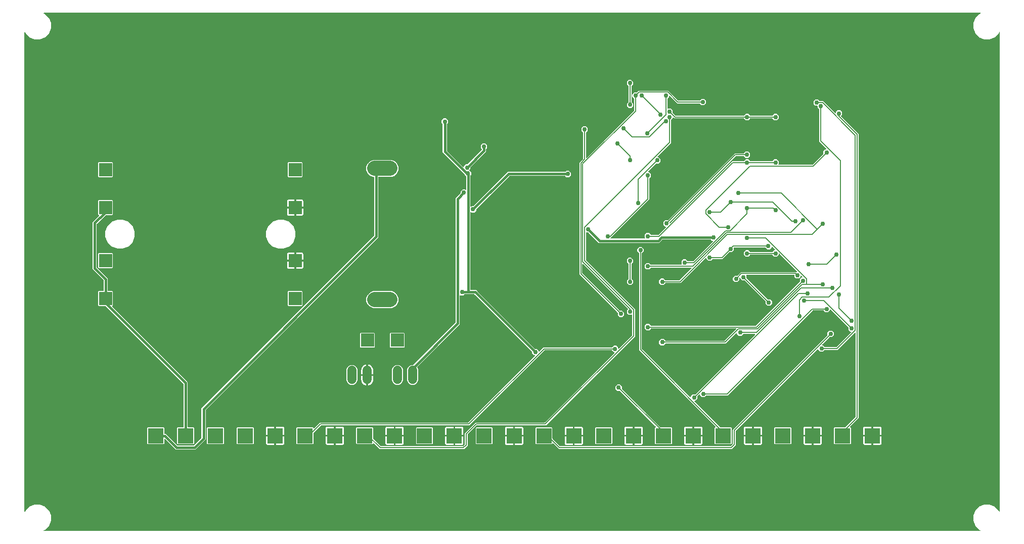
<source format=gbr>
G04 EAGLE Gerber RS-274X export*
G75*
%MOMM*%
%FSLAX34Y34*%
%LPD*%
%INBottom Copper*%
%IPPOS*%
%AMOC8*
5,1,8,0,0,1.08239X$1,22.5*%
G01*
%ADD10R,2.184400X2.184400*%
%ADD11C,2.540000*%
%ADD12R,2.540000X2.540000*%
%ADD13C,1.524000*%
%ADD14C,0.756400*%
%ADD15C,0.381000*%
%ADD16C,0.152400*%

G36*
X1610442Y10176D02*
X1610442Y10176D01*
X1610539Y10186D01*
X1610563Y10196D01*
X1610589Y10200D01*
X1610675Y10246D01*
X1610764Y10286D01*
X1610783Y10303D01*
X1610806Y10316D01*
X1610873Y10386D01*
X1610945Y10452D01*
X1610958Y10475D01*
X1610976Y10494D01*
X1611017Y10582D01*
X1611064Y10668D01*
X1611068Y10693D01*
X1611079Y10717D01*
X1611090Y10814D01*
X1611107Y10910D01*
X1611103Y10936D01*
X1611106Y10961D01*
X1611086Y11057D01*
X1611071Y11153D01*
X1611060Y11176D01*
X1611054Y11202D01*
X1611004Y11285D01*
X1610960Y11372D01*
X1610941Y11391D01*
X1610928Y11413D01*
X1610854Y11476D01*
X1610784Y11544D01*
X1610756Y11560D01*
X1610741Y11573D01*
X1610710Y11585D01*
X1610637Y11625D01*
X1608840Y12370D01*
X1602410Y18800D01*
X1598929Y27203D01*
X1598929Y36297D01*
X1602410Y44700D01*
X1608840Y51130D01*
X1617243Y54611D01*
X1626337Y54611D01*
X1634740Y51130D01*
X1641170Y44700D01*
X1641915Y42903D01*
X1641966Y42820D01*
X1642012Y42734D01*
X1642031Y42716D01*
X1642044Y42694D01*
X1642119Y42631D01*
X1642190Y42564D01*
X1642214Y42553D01*
X1642234Y42537D01*
X1642325Y42502D01*
X1642413Y42461D01*
X1642439Y42458D01*
X1642463Y42449D01*
X1642561Y42444D01*
X1642657Y42434D01*
X1642683Y42439D01*
X1642709Y42438D01*
X1642803Y42465D01*
X1642898Y42486D01*
X1642920Y42499D01*
X1642945Y42507D01*
X1643025Y42562D01*
X1643109Y42612D01*
X1643126Y42632D01*
X1643147Y42647D01*
X1643206Y42725D01*
X1643269Y42799D01*
X1643279Y42823D01*
X1643294Y42844D01*
X1643324Y42937D01*
X1643361Y43027D01*
X1643364Y43060D01*
X1643370Y43078D01*
X1643370Y43111D01*
X1643379Y43194D01*
X1643379Y845806D01*
X1643364Y845902D01*
X1643354Y845999D01*
X1643344Y846023D01*
X1643340Y846049D01*
X1643294Y846135D01*
X1643254Y846224D01*
X1643237Y846243D01*
X1643224Y846266D01*
X1643154Y846333D01*
X1643088Y846405D01*
X1643065Y846418D01*
X1643046Y846436D01*
X1642958Y846477D01*
X1642872Y846524D01*
X1642847Y846528D01*
X1642823Y846539D01*
X1642726Y846550D01*
X1642630Y846567D01*
X1642604Y846563D01*
X1642579Y846566D01*
X1642483Y846546D01*
X1642387Y846531D01*
X1642364Y846520D01*
X1642338Y846514D01*
X1642255Y846464D01*
X1642168Y846420D01*
X1642149Y846401D01*
X1642127Y846388D01*
X1642064Y846314D01*
X1641996Y846244D01*
X1641980Y846216D01*
X1641967Y846201D01*
X1641955Y846170D01*
X1641915Y846097D01*
X1641170Y844300D01*
X1634740Y837870D01*
X1626337Y834389D01*
X1617243Y834389D01*
X1608840Y837870D01*
X1602410Y844300D01*
X1598929Y852703D01*
X1598929Y861797D01*
X1602410Y870200D01*
X1608840Y876630D01*
X1610637Y877375D01*
X1610720Y877426D01*
X1610806Y877472D01*
X1610824Y877491D01*
X1610846Y877504D01*
X1610909Y877579D01*
X1610976Y877650D01*
X1610987Y877674D01*
X1611003Y877694D01*
X1611038Y877785D01*
X1611079Y877873D01*
X1611082Y877899D01*
X1611091Y877923D01*
X1611096Y878021D01*
X1611106Y878117D01*
X1611101Y878143D01*
X1611102Y878169D01*
X1611075Y878263D01*
X1611054Y878358D01*
X1611041Y878380D01*
X1611033Y878405D01*
X1610978Y878485D01*
X1610928Y878569D01*
X1610908Y878586D01*
X1610893Y878607D01*
X1610815Y878666D01*
X1610741Y878729D01*
X1610717Y878739D01*
X1610696Y878754D01*
X1610603Y878784D01*
X1610513Y878821D01*
X1610480Y878824D01*
X1610462Y878830D01*
X1610429Y878830D01*
X1610346Y878839D01*
X43194Y878839D01*
X43098Y878824D01*
X43001Y878814D01*
X42977Y878804D01*
X42951Y878800D01*
X42865Y878754D01*
X42776Y878714D01*
X42757Y878697D01*
X42734Y878684D01*
X42667Y878614D01*
X42595Y878548D01*
X42582Y878525D01*
X42564Y878506D01*
X42523Y878418D01*
X42476Y878332D01*
X42472Y878307D01*
X42461Y878283D01*
X42450Y878186D01*
X42433Y878090D01*
X42437Y878064D01*
X42434Y878039D01*
X42454Y877943D01*
X42469Y877847D01*
X42480Y877824D01*
X42486Y877798D01*
X42536Y877715D01*
X42580Y877628D01*
X42599Y877609D01*
X42612Y877587D01*
X42686Y877524D01*
X42756Y877456D01*
X42784Y877440D01*
X42799Y877427D01*
X42830Y877415D01*
X42903Y877375D01*
X44700Y876630D01*
X51130Y870200D01*
X54611Y861797D01*
X54611Y852703D01*
X51130Y844300D01*
X44700Y837870D01*
X36297Y834389D01*
X27203Y834389D01*
X18800Y837870D01*
X12370Y844300D01*
X11625Y846097D01*
X11574Y846180D01*
X11528Y846266D01*
X11510Y846284D01*
X11496Y846306D01*
X11420Y846369D01*
X11350Y846436D01*
X11326Y846447D01*
X11306Y846463D01*
X11215Y846498D01*
X11127Y846539D01*
X11101Y846542D01*
X11077Y846551D01*
X10979Y846556D01*
X10883Y846566D01*
X10857Y846561D01*
X10831Y846562D01*
X10737Y846535D01*
X10642Y846514D01*
X10620Y846501D01*
X10595Y846493D01*
X10515Y846438D01*
X10431Y846388D01*
X10414Y846368D01*
X10393Y846353D01*
X10334Y846275D01*
X10271Y846201D01*
X10261Y846177D01*
X10246Y846156D01*
X10216Y846063D01*
X10179Y845973D01*
X10176Y845940D01*
X10170Y845922D01*
X10170Y845889D01*
X10161Y845806D01*
X10161Y43194D01*
X10176Y43098D01*
X10186Y43001D01*
X10196Y42977D01*
X10200Y42951D01*
X10246Y42865D01*
X10286Y42776D01*
X10303Y42757D01*
X10316Y42734D01*
X10386Y42667D01*
X10452Y42595D01*
X10475Y42582D01*
X10494Y42564D01*
X10582Y42523D01*
X10668Y42476D01*
X10693Y42472D01*
X10717Y42461D01*
X10814Y42450D01*
X10910Y42433D01*
X10936Y42437D01*
X10961Y42434D01*
X11057Y42454D01*
X11153Y42469D01*
X11176Y42480D01*
X11202Y42486D01*
X11285Y42536D01*
X11372Y42580D01*
X11391Y42599D01*
X11413Y42612D01*
X11476Y42686D01*
X11544Y42756D01*
X11560Y42784D01*
X11573Y42799D01*
X11585Y42830D01*
X11625Y42903D01*
X12370Y44700D01*
X18800Y51130D01*
X27203Y54611D01*
X36297Y54611D01*
X44700Y51130D01*
X51130Y44700D01*
X54611Y36297D01*
X54611Y27203D01*
X51130Y18800D01*
X44700Y12370D01*
X42903Y11625D01*
X42820Y11574D01*
X42734Y11528D01*
X42716Y11510D01*
X42694Y11496D01*
X42631Y11420D01*
X42564Y11350D01*
X42553Y11326D01*
X42537Y11306D01*
X42502Y11215D01*
X42461Y11127D01*
X42458Y11101D01*
X42449Y11077D01*
X42444Y10979D01*
X42434Y10883D01*
X42439Y10857D01*
X42438Y10831D01*
X42465Y10737D01*
X42486Y10642D01*
X42499Y10620D01*
X42507Y10595D01*
X42562Y10515D01*
X42612Y10431D01*
X42632Y10414D01*
X42647Y10393D01*
X42725Y10334D01*
X42799Y10271D01*
X42823Y10261D01*
X42844Y10246D01*
X42937Y10216D01*
X43027Y10179D01*
X43060Y10176D01*
X43078Y10170D01*
X43111Y10170D01*
X43194Y10161D01*
X1610346Y10161D01*
X1610442Y10176D01*
G37*
%LPC*%
G36*
X604843Y147827D02*
X604843Y147827D01*
X595524Y157146D01*
X595466Y157188D01*
X595414Y157237D01*
X595367Y157259D01*
X595325Y157289D01*
X595256Y157310D01*
X595191Y157341D01*
X595139Y157346D01*
X595089Y157362D01*
X595018Y157360D01*
X594947Y157368D01*
X594896Y157357D01*
X594844Y157355D01*
X594776Y157331D01*
X594706Y157316D01*
X594661Y157289D01*
X594613Y157271D01*
X594557Y157226D01*
X594495Y157189D01*
X594461Y157150D01*
X594421Y157117D01*
X594382Y157057D01*
X594335Y157002D01*
X594316Y156954D01*
X594288Y156910D01*
X594270Y156841D01*
X594243Y156774D01*
X594235Y156703D01*
X594227Y156672D01*
X594227Y156671D01*
X593332Y155775D01*
X566668Y155775D01*
X565775Y156668D01*
X565775Y183332D01*
X566668Y184225D01*
X593332Y184225D01*
X594225Y183332D01*
X594225Y165229D01*
X594239Y165138D01*
X594247Y165048D01*
X594259Y165018D01*
X594264Y164986D01*
X594307Y164905D01*
X594343Y164821D01*
X594369Y164789D01*
X594380Y164768D01*
X594403Y164746D01*
X594448Y164690D01*
X606514Y152624D01*
X606588Y152571D01*
X606658Y152511D01*
X606688Y152499D01*
X606714Y152480D01*
X606801Y152453D01*
X606886Y152419D01*
X606927Y152415D01*
X606949Y152408D01*
X606981Y152409D01*
X607053Y152401D01*
X743973Y152401D01*
X744064Y152415D01*
X744154Y152423D01*
X744184Y152435D01*
X744216Y152440D01*
X744297Y152483D01*
X744381Y152519D01*
X744413Y152545D01*
X744434Y152556D01*
X744456Y152579D01*
X744512Y152624D01*
X747298Y155410D01*
X747351Y155484D01*
X747411Y155554D01*
X747423Y155584D01*
X747442Y155610D01*
X747469Y155697D01*
X747503Y155782D01*
X747507Y155823D01*
X747514Y155845D01*
X747513Y155877D01*
X747521Y155949D01*
X747521Y173921D01*
X765625Y192025D01*
X881133Y192025D01*
X881224Y192039D01*
X881314Y192047D01*
X881344Y192059D01*
X881376Y192064D01*
X881457Y192107D01*
X881541Y192143D01*
X881573Y192169D01*
X881594Y192180D01*
X881616Y192203D01*
X881672Y192248D01*
X998286Y308862D01*
X998328Y308920D01*
X998377Y308972D01*
X998399Y309019D01*
X998429Y309061D01*
X998450Y309130D01*
X998481Y309195D01*
X998486Y309247D01*
X998502Y309297D01*
X998500Y309368D01*
X998508Y309439D01*
X998497Y309490D01*
X998495Y309542D01*
X998471Y309610D01*
X998456Y309680D01*
X998429Y309724D01*
X998411Y309773D01*
X998366Y309829D01*
X998329Y309891D01*
X998290Y309925D01*
X998257Y309965D01*
X998197Y310004D01*
X998142Y310051D01*
X998094Y310070D01*
X998050Y310098D01*
X997981Y310116D01*
X997914Y310143D01*
X997843Y310151D01*
X997812Y310159D01*
X997788Y310157D01*
X997748Y310161D01*
X996784Y310161D01*
X993987Y312958D01*
X993913Y313011D01*
X993843Y313071D01*
X993813Y313083D01*
X993787Y313102D01*
X993700Y313129D01*
X993615Y313163D01*
X993574Y313167D01*
X993552Y313174D01*
X993520Y313173D01*
X993449Y313181D01*
X881373Y313181D01*
X881282Y313167D01*
X881192Y313159D01*
X881162Y313147D01*
X881130Y313142D01*
X881049Y313099D01*
X880965Y313063D01*
X880933Y313037D01*
X880912Y313026D01*
X880890Y313003D01*
X880834Y312958D01*
X755327Y187451D01*
X507231Y187451D01*
X507140Y187437D01*
X507050Y187429D01*
X507020Y187417D01*
X506988Y187412D01*
X506907Y187369D01*
X506823Y187333D01*
X506791Y187307D01*
X506770Y187296D01*
X506748Y187273D01*
X506692Y187228D01*
X494448Y174984D01*
X494395Y174910D01*
X494335Y174840D01*
X494323Y174810D01*
X494304Y174784D01*
X494277Y174697D01*
X494243Y174612D01*
X494239Y174571D01*
X494232Y174549D01*
X494233Y174517D01*
X494225Y174445D01*
X494225Y156668D01*
X493332Y155775D01*
X466668Y155775D01*
X465775Y156668D01*
X465775Y183332D01*
X466668Y184225D01*
X493332Y184225D01*
X494225Y183332D01*
X494225Y183066D01*
X494236Y182996D01*
X494238Y182924D01*
X494256Y182875D01*
X494264Y182824D01*
X494298Y182760D01*
X494323Y182693D01*
X494355Y182652D01*
X494380Y182606D01*
X494432Y182557D01*
X494476Y182501D01*
X494520Y182473D01*
X494558Y182437D01*
X494623Y182407D01*
X494683Y182368D01*
X494734Y182355D01*
X494781Y182333D01*
X494852Y182325D01*
X494922Y182308D01*
X494974Y182312D01*
X495025Y182306D01*
X495096Y182321D01*
X495167Y182327D01*
X495215Y182347D01*
X495266Y182358D01*
X495327Y182395D01*
X495393Y182423D01*
X495449Y182468D01*
X495477Y182485D01*
X495492Y182502D01*
X495524Y182528D01*
X505021Y192025D01*
X753117Y192025D01*
X753208Y192039D01*
X753298Y192047D01*
X753328Y192059D01*
X753360Y192064D01*
X753441Y192107D01*
X753525Y192143D01*
X753557Y192169D01*
X753578Y192180D01*
X753600Y192203D01*
X753656Y192248D01*
X864936Y303528D01*
X864978Y303586D01*
X865027Y303638D01*
X865049Y303685D01*
X865079Y303727D01*
X865100Y303796D01*
X865131Y303861D01*
X865136Y303913D01*
X865152Y303963D01*
X865150Y304034D01*
X865158Y304105D01*
X865147Y304156D01*
X865145Y304208D01*
X865121Y304276D01*
X865106Y304346D01*
X865079Y304390D01*
X865061Y304439D01*
X865016Y304495D01*
X864979Y304557D01*
X864940Y304591D01*
X864907Y304631D01*
X864847Y304670D01*
X864792Y304717D01*
X864744Y304736D01*
X864700Y304764D01*
X864631Y304782D01*
X864564Y304809D01*
X864493Y304817D01*
X864462Y304825D01*
X864438Y304823D01*
X864398Y304827D01*
X863434Y304827D01*
X860325Y307936D01*
X860325Y310275D01*
X860311Y310365D01*
X860303Y310456D01*
X860291Y310486D01*
X860286Y310518D01*
X860243Y310598D01*
X860207Y310682D01*
X860181Y310714D01*
X860170Y310735D01*
X860147Y310757D01*
X860102Y310813D01*
X763850Y407065D01*
X763776Y407118D01*
X763707Y407178D01*
X763677Y407190D01*
X763651Y407209D01*
X763564Y407236D01*
X763479Y407270D01*
X763438Y407274D01*
X763416Y407281D01*
X763383Y407280D01*
X763312Y407288D01*
X747340Y407288D01*
X747250Y407274D01*
X747159Y407266D01*
X747130Y407254D01*
X747098Y407249D01*
X747017Y407206D01*
X746933Y407170D01*
X746901Y407144D01*
X746880Y407133D01*
X746858Y407110D01*
X746802Y407065D01*
X745148Y405411D01*
X740752Y405411D01*
X740059Y406104D01*
X740001Y406146D01*
X739949Y406195D01*
X739902Y406217D01*
X739860Y406247D01*
X739791Y406269D01*
X739726Y406299D01*
X739674Y406304D01*
X739624Y406320D01*
X739553Y406318D01*
X739482Y406326D01*
X739431Y406315D01*
X739379Y406313D01*
X739311Y406289D01*
X739241Y406274D01*
X739196Y406247D01*
X739148Y406229D01*
X739092Y406184D01*
X739030Y406147D01*
X738996Y406108D01*
X738956Y406075D01*
X738917Y406015D01*
X738870Y405960D01*
X738851Y405912D01*
X738823Y405868D01*
X738805Y405799D01*
X738778Y405732D01*
X738770Y405661D01*
X738762Y405630D01*
X738764Y405607D01*
X738760Y405566D01*
X738760Y356719D01*
X736528Y354487D01*
X667925Y285884D01*
X667913Y285868D01*
X667898Y285856D01*
X667841Y285768D01*
X667781Y285685D01*
X667775Y285666D01*
X667765Y285649D01*
X667739Y285548D01*
X667709Y285450D01*
X667709Y285430D01*
X667705Y285410D01*
X667713Y285307D01*
X667715Y285204D01*
X667722Y285185D01*
X667724Y285165D01*
X667764Y285070D01*
X667800Y284973D01*
X667812Y284957D01*
X667820Y284939D01*
X667925Y284808D01*
X668153Y284580D01*
X669545Y281219D01*
X669545Y262341D01*
X668153Y258980D01*
X665580Y256407D01*
X662219Y255015D01*
X658581Y255015D01*
X655220Y256407D01*
X652647Y258980D01*
X651255Y262341D01*
X651255Y281219D01*
X652647Y284580D01*
X655220Y287153D01*
X658581Y288545D01*
X660569Y288545D01*
X660659Y288559D01*
X660750Y288567D01*
X660780Y288579D01*
X660812Y288584D01*
X660892Y288627D01*
X660976Y288663D01*
X661008Y288689D01*
X661029Y288700D01*
X661051Y288723D01*
X661107Y288768D01*
X731677Y359338D01*
X731730Y359412D01*
X731790Y359481D01*
X731802Y359511D01*
X731821Y359537D01*
X731848Y359624D01*
X731882Y359709D01*
X731886Y359750D01*
X731893Y359773D01*
X731892Y359805D01*
X731900Y359876D01*
X731900Y568349D01*
X740468Y576917D01*
X740521Y576991D01*
X740581Y577060D01*
X740593Y577090D01*
X740612Y577116D01*
X740639Y577203D01*
X740673Y577288D01*
X740677Y577329D01*
X740684Y577351D01*
X740683Y577384D01*
X740691Y577455D01*
X740691Y579794D01*
X743800Y582903D01*
X748196Y582903D01*
X748889Y582210D01*
X748947Y582168D01*
X748999Y582119D01*
X749046Y582097D01*
X749088Y582067D01*
X749157Y582045D01*
X749222Y582015D01*
X749274Y582010D01*
X749324Y581994D01*
X749395Y581996D01*
X749466Y581988D01*
X749517Y581999D01*
X749569Y582001D01*
X749637Y582025D01*
X749707Y582040D01*
X749752Y582067D01*
X749800Y582085D01*
X749856Y582130D01*
X749918Y582167D01*
X749952Y582206D01*
X749992Y582239D01*
X750031Y582299D01*
X750078Y582354D01*
X750097Y582402D01*
X750125Y582446D01*
X750143Y582515D01*
X750170Y582582D01*
X750178Y582653D01*
X750186Y582684D01*
X750184Y582707D01*
X750188Y582748D01*
X750188Y604448D01*
X750174Y604538D01*
X750166Y604629D01*
X750154Y604658D01*
X750149Y604690D01*
X750106Y604771D01*
X750070Y604855D01*
X750044Y604887D01*
X750033Y604908D01*
X750010Y604930D01*
X749965Y604986D01*
X747549Y607402D01*
X747549Y607455D01*
X747535Y607545D01*
X747527Y607636D01*
X747515Y607666D01*
X747510Y607698D01*
X747467Y607778D01*
X747431Y607862D01*
X747405Y607894D01*
X747394Y607915D01*
X747371Y607937D01*
X747326Y607993D01*
X712796Y642523D01*
X710564Y644755D01*
X710564Y692078D01*
X710550Y692168D01*
X710542Y692259D01*
X710530Y692288D01*
X710525Y692320D01*
X710482Y692401D01*
X710446Y692485D01*
X710420Y692517D01*
X710409Y692538D01*
X710386Y692560D01*
X710341Y692616D01*
X708687Y694270D01*
X708687Y698666D01*
X711796Y701775D01*
X716192Y701775D01*
X719301Y698666D01*
X719301Y694270D01*
X717647Y692616D01*
X717594Y692542D01*
X717534Y692472D01*
X717522Y692442D01*
X717503Y692416D01*
X717476Y692329D01*
X717442Y692244D01*
X717438Y692203D01*
X717431Y692181D01*
X717432Y692149D01*
X717424Y692078D01*
X717424Y647912D01*
X717438Y647822D01*
X717446Y647731D01*
X717458Y647701D01*
X717463Y647669D01*
X717506Y647589D01*
X717542Y647505D01*
X717568Y647473D01*
X717579Y647452D01*
X717602Y647430D01*
X717647Y647374D01*
X744726Y620295D01*
X744784Y620253D01*
X744836Y620203D01*
X744883Y620181D01*
X744925Y620151D01*
X744994Y620130D01*
X745059Y620100D01*
X745111Y620094D01*
X745161Y620079D01*
X745232Y620081D01*
X745303Y620073D01*
X745354Y620084D01*
X745406Y620085D01*
X745474Y620110D01*
X745544Y620125D01*
X745589Y620152D01*
X745637Y620170D01*
X745693Y620214D01*
X745755Y620251D01*
X745789Y620291D01*
X745829Y620323D01*
X745868Y620384D01*
X745915Y620438D01*
X745934Y620486D01*
X745962Y620530D01*
X745980Y620600D01*
X746007Y620666D01*
X746015Y620738D01*
X746023Y620769D01*
X746021Y620792D01*
X746025Y620833D01*
X746025Y621704D01*
X749134Y624813D01*
X751473Y624813D01*
X751563Y624827D01*
X751654Y624835D01*
X751684Y624847D01*
X751716Y624852D01*
X751796Y624895D01*
X751880Y624931D01*
X751912Y624957D01*
X751933Y624968D01*
X751955Y624991D01*
X752011Y625036D01*
X775873Y648898D01*
X775926Y648972D01*
X775986Y649041D01*
X775998Y649071D01*
X776017Y649097D01*
X776044Y649184D01*
X776078Y649269D01*
X776082Y649310D01*
X776089Y649333D01*
X776088Y649365D01*
X776096Y649436D01*
X776096Y650168D01*
X776082Y650258D01*
X776074Y650349D01*
X776062Y650378D01*
X776057Y650410D01*
X776014Y650491D01*
X775978Y650575D01*
X775952Y650607D01*
X775941Y650628D01*
X775918Y650650D01*
X775873Y650706D01*
X774219Y652360D01*
X774219Y656756D01*
X777328Y659865D01*
X781724Y659865D01*
X784833Y656756D01*
X784833Y652360D01*
X783179Y650706D01*
X783126Y650632D01*
X783066Y650562D01*
X783054Y650532D01*
X783035Y650506D01*
X783008Y650419D01*
X782974Y650334D01*
X782970Y650293D01*
X782963Y650271D01*
X782964Y650239D01*
X782956Y650168D01*
X782956Y646279D01*
X756862Y620185D01*
X756809Y620111D01*
X756749Y620042D01*
X756737Y620012D01*
X756718Y619986D01*
X756691Y619899D01*
X756657Y619814D01*
X756653Y619773D01*
X756646Y619751D01*
X756647Y619718D01*
X756639Y619647D01*
X756639Y617308D01*
X755184Y615853D01*
X755173Y615837D01*
X755157Y615825D01*
X755101Y615737D01*
X755041Y615654D01*
X755035Y615635D01*
X755024Y615618D01*
X754999Y615517D01*
X754968Y615418D01*
X754969Y615399D01*
X754964Y615379D01*
X754972Y615276D01*
X754975Y615173D01*
X754981Y615154D01*
X754983Y615134D01*
X755023Y615039D01*
X755059Y614942D01*
X755072Y614926D01*
X755079Y614908D01*
X755184Y614777D01*
X758163Y611798D01*
X758163Y607402D01*
X757271Y606510D01*
X757218Y606436D01*
X757158Y606366D01*
X757146Y606336D01*
X757127Y606310D01*
X757100Y606223D01*
X757066Y606138D01*
X757062Y606097D01*
X757055Y606075D01*
X757056Y606043D01*
X757048Y605972D01*
X757048Y554554D01*
X757059Y554484D01*
X757061Y554412D01*
X757079Y554363D01*
X757087Y554312D01*
X757121Y554248D01*
X757146Y554181D01*
X757178Y554140D01*
X757203Y554094D01*
X757255Y554045D01*
X757299Y553989D01*
X757343Y553961D01*
X757381Y553925D01*
X757446Y553895D01*
X757506Y553856D01*
X757557Y553843D01*
X757604Y553821D01*
X757675Y553813D01*
X757745Y553796D01*
X757797Y553800D01*
X757848Y553794D01*
X757919Y553809D01*
X757990Y553815D01*
X758038Y553835D01*
X758089Y553846D01*
X758150Y553883D01*
X758216Y553911D01*
X758272Y553956D01*
X758300Y553973D01*
X758315Y553990D01*
X758347Y554016D01*
X759040Y554709D01*
X761379Y554709D01*
X761469Y554723D01*
X761560Y554731D01*
X761590Y554743D01*
X761622Y554748D01*
X761702Y554791D01*
X761786Y554827D01*
X761818Y554853D01*
X761839Y554864D01*
X761861Y554887D01*
X761917Y554932D01*
X819253Y612268D01*
X915344Y612268D01*
X915434Y612282D01*
X915525Y612290D01*
X915554Y612302D01*
X915586Y612307D01*
X915667Y612350D01*
X915751Y612386D01*
X915783Y612412D01*
X915804Y612423D01*
X915826Y612446D01*
X915882Y612491D01*
X917536Y614145D01*
X921932Y614145D01*
X925041Y611036D01*
X925041Y606640D01*
X921932Y603531D01*
X917536Y603531D01*
X915882Y605185D01*
X915808Y605238D01*
X915738Y605298D01*
X915708Y605310D01*
X915682Y605329D01*
X915595Y605356D01*
X915510Y605390D01*
X915469Y605394D01*
X915447Y605401D01*
X915415Y605400D01*
X915344Y605408D01*
X822410Y605408D01*
X822320Y605394D01*
X822229Y605386D01*
X822199Y605374D01*
X822167Y605369D01*
X822087Y605326D01*
X822003Y605290D01*
X821971Y605264D01*
X821950Y605253D01*
X821928Y605230D01*
X821872Y605185D01*
X766768Y550081D01*
X766715Y550007D01*
X766655Y549938D01*
X766643Y549908D01*
X766624Y549882D01*
X766597Y549795D01*
X766563Y549710D01*
X766559Y549669D01*
X766552Y549646D01*
X766553Y549614D01*
X766545Y549543D01*
X766545Y547204D01*
X763436Y544095D01*
X759040Y544095D01*
X758347Y544788D01*
X758289Y544830D01*
X758237Y544879D01*
X758190Y544901D01*
X758148Y544931D01*
X758079Y544953D01*
X758014Y544983D01*
X757962Y544988D01*
X757912Y545004D01*
X757841Y545002D01*
X757770Y545010D01*
X757719Y544999D01*
X757667Y544997D01*
X757599Y544973D01*
X757529Y544958D01*
X757484Y544931D01*
X757436Y544913D01*
X757380Y544868D01*
X757318Y544831D01*
X757284Y544792D01*
X757244Y544759D01*
X757205Y544699D01*
X757158Y544644D01*
X757139Y544596D01*
X757111Y544552D01*
X757093Y544483D01*
X757066Y544416D01*
X757058Y544345D01*
X757050Y544314D01*
X757052Y544291D01*
X757048Y544250D01*
X757048Y414909D01*
X757051Y414889D01*
X757049Y414870D01*
X757071Y414768D01*
X757087Y414666D01*
X757097Y414649D01*
X757101Y414629D01*
X757154Y414540D01*
X757203Y414449D01*
X757217Y414435D01*
X757227Y414418D01*
X757306Y414351D01*
X757381Y414279D01*
X757399Y414271D01*
X757414Y414258D01*
X757510Y414219D01*
X757604Y414176D01*
X757624Y414174D01*
X757642Y414166D01*
X757809Y414148D01*
X766469Y414148D01*
X768701Y411916D01*
X864953Y315664D01*
X865027Y315611D01*
X865096Y315551D01*
X865126Y315539D01*
X865152Y315520D01*
X865239Y315493D01*
X865324Y315459D01*
X865365Y315455D01*
X865387Y315448D01*
X865420Y315449D01*
X865491Y315441D01*
X867830Y315441D01*
X870939Y312332D01*
X870939Y311368D01*
X870950Y311298D01*
X870952Y311226D01*
X870970Y311177D01*
X870978Y311126D01*
X871012Y311062D01*
X871037Y310995D01*
X871069Y310954D01*
X871094Y310908D01*
X871146Y310859D01*
X871190Y310803D01*
X871234Y310775D01*
X871272Y310739D01*
X871337Y310709D01*
X871397Y310670D01*
X871448Y310657D01*
X871495Y310635D01*
X871566Y310627D01*
X871636Y310610D01*
X871688Y310614D01*
X871739Y310608D01*
X871810Y310623D01*
X871881Y310629D01*
X871929Y310649D01*
X871980Y310660D01*
X872041Y310697D01*
X872107Y310725D01*
X872163Y310770D01*
X872191Y310787D01*
X872206Y310804D01*
X872238Y310830D01*
X879163Y317755D01*
X993449Y317755D01*
X993539Y317769D01*
X993630Y317777D01*
X993659Y317789D01*
X993691Y317794D01*
X993772Y317837D01*
X993856Y317873D01*
X993888Y317899D01*
X993909Y317910D01*
X993931Y317933D01*
X993987Y317978D01*
X996784Y320775D01*
X1001180Y320775D01*
X1004289Y317666D01*
X1004289Y316702D01*
X1004300Y316632D01*
X1004302Y316560D01*
X1004320Y316511D01*
X1004328Y316460D01*
X1004362Y316396D01*
X1004387Y316329D01*
X1004419Y316288D01*
X1004444Y316242D01*
X1004496Y316193D01*
X1004540Y316137D01*
X1004584Y316109D01*
X1004622Y316073D01*
X1004687Y316043D01*
X1004747Y316004D01*
X1004798Y315991D01*
X1004845Y315969D01*
X1004916Y315961D01*
X1004986Y315944D01*
X1005038Y315948D01*
X1005089Y315942D01*
X1005160Y315957D01*
X1005231Y315963D01*
X1005279Y315983D01*
X1005330Y315994D01*
X1005391Y316031D01*
X1005457Y316059D01*
X1005513Y316104D01*
X1005541Y316121D01*
X1005556Y316138D01*
X1005588Y316164D01*
X1027714Y338290D01*
X1027767Y338364D01*
X1027827Y338434D01*
X1027839Y338464D01*
X1027858Y338490D01*
X1027885Y338577D01*
X1027919Y338662D01*
X1027923Y338703D01*
X1027930Y338725D01*
X1027929Y338757D01*
X1027937Y338829D01*
X1027937Y372419D01*
X1027926Y372489D01*
X1027924Y372561D01*
X1027906Y372610D01*
X1027898Y372661D01*
X1027864Y372725D01*
X1027839Y372792D01*
X1027807Y372833D01*
X1027782Y372879D01*
X1027730Y372928D01*
X1027686Y372984D01*
X1027642Y373012D01*
X1027604Y373048D01*
X1027539Y373078D01*
X1027479Y373117D01*
X1027428Y373130D01*
X1027381Y373152D01*
X1027310Y373160D01*
X1027240Y373177D01*
X1027188Y373173D01*
X1027137Y373179D01*
X1027066Y373164D01*
X1026995Y373158D01*
X1026947Y373138D01*
X1026896Y373127D01*
X1026835Y373090D01*
X1026769Y373062D01*
X1026713Y373017D01*
X1026685Y373000D01*
X1026670Y372983D01*
X1026638Y372957D01*
X1026326Y372645D01*
X1021930Y372645D01*
X1018821Y375754D01*
X1018821Y380150D01*
X1020506Y381835D01*
X1020518Y381851D01*
X1020534Y381864D01*
X1020590Y381951D01*
X1020650Y382035D01*
X1020656Y382054D01*
X1020667Y382071D01*
X1020692Y382171D01*
X1020722Y382270D01*
X1020722Y382290D01*
X1020727Y382309D01*
X1020719Y382412D01*
X1020716Y382516D01*
X1020709Y382535D01*
X1020707Y382554D01*
X1020667Y382649D01*
X1020631Y382747D01*
X1020619Y382763D01*
X1020611Y382781D01*
X1020506Y382912D01*
X945418Y458000D01*
X945360Y458042D01*
X945308Y458091D01*
X945261Y458113D01*
X945219Y458143D01*
X945150Y458164D01*
X945085Y458195D01*
X945033Y458200D01*
X944983Y458216D01*
X944912Y458214D01*
X944841Y458222D01*
X944790Y458211D01*
X944738Y458209D01*
X944670Y458185D01*
X944600Y458170D01*
X944556Y458143D01*
X944507Y458125D01*
X944451Y458080D01*
X944389Y458043D01*
X944355Y458004D01*
X944315Y457971D01*
X944276Y457911D01*
X944229Y457856D01*
X944210Y457808D01*
X944182Y457764D01*
X944164Y457695D01*
X944137Y457628D01*
X944129Y457557D01*
X944121Y457526D01*
X944123Y457502D01*
X944119Y457462D01*
X944119Y442461D01*
X944133Y442370D01*
X944141Y442280D01*
X944153Y442250D01*
X944158Y442218D01*
X944201Y442137D01*
X944237Y442053D01*
X944263Y442021D01*
X944274Y442000D01*
X944297Y441978D01*
X944342Y441922D01*
X1006592Y379672D01*
X1006666Y379618D01*
X1006736Y379559D01*
X1006766Y379547D01*
X1006792Y379528D01*
X1006879Y379501D01*
X1006964Y379467D01*
X1007005Y379463D01*
X1007027Y379456D01*
X1007059Y379457D01*
X1007131Y379449D01*
X1011086Y379449D01*
X1014195Y376340D01*
X1014195Y371944D01*
X1011086Y368835D01*
X1006690Y368835D01*
X1003581Y371944D01*
X1003581Y375899D01*
X1003567Y375990D01*
X1003559Y376080D01*
X1003547Y376110D01*
X1003542Y376142D01*
X1003499Y376223D01*
X1003463Y376307D01*
X1003437Y376339D01*
X1003426Y376360D01*
X1003403Y376382D01*
X1003358Y376438D01*
X939545Y440251D01*
X939545Y628073D01*
X945418Y633946D01*
X945471Y634020D01*
X945531Y634090D01*
X945543Y634120D01*
X945562Y634146D01*
X945589Y634233D01*
X945623Y634318D01*
X945627Y634359D01*
X945634Y634381D01*
X945633Y634413D01*
X945641Y634485D01*
X945641Y677981D01*
X945627Y678071D01*
X945619Y678162D01*
X945607Y678191D01*
X945602Y678223D01*
X945559Y678304D01*
X945523Y678388D01*
X945497Y678420D01*
X945486Y678441D01*
X945463Y678463D01*
X945418Y678519D01*
X942621Y681316D01*
X942621Y685712D01*
X945730Y688821D01*
X950126Y688821D01*
X953235Y685712D01*
X953235Y681316D01*
X950438Y678519D01*
X950385Y678445D01*
X950325Y678375D01*
X950313Y678345D01*
X950294Y678319D01*
X950267Y678232D01*
X950233Y678147D01*
X950229Y678106D01*
X950222Y678084D01*
X950223Y678052D01*
X950215Y677981D01*
X950215Y636008D01*
X950226Y635938D01*
X950228Y635866D01*
X950246Y635817D01*
X950254Y635766D01*
X950288Y635702D01*
X950313Y635635D01*
X950345Y635594D01*
X950370Y635548D01*
X950422Y635499D01*
X950466Y635443D01*
X950510Y635415D01*
X950548Y635379D01*
X950613Y635349D01*
X950673Y635310D01*
X950724Y635297D01*
X950771Y635275D01*
X950842Y635267D01*
X950912Y635250D01*
X950964Y635254D01*
X951015Y635248D01*
X951086Y635263D01*
X951157Y635269D01*
X951205Y635289D01*
X951256Y635300D01*
X951317Y635337D01*
X951383Y635365D01*
X951439Y635410D01*
X951467Y635427D01*
X951482Y635444D01*
X951514Y635470D01*
X1030762Y714718D01*
X1030815Y714792D01*
X1030875Y714862D01*
X1030887Y714892D01*
X1030906Y714918D01*
X1030933Y715005D01*
X1030967Y715090D01*
X1030971Y715131D01*
X1030978Y715153D01*
X1030977Y715185D01*
X1030985Y715257D01*
X1030985Y734369D01*
X1030971Y734459D01*
X1030963Y734550D01*
X1030951Y734579D01*
X1030946Y734611D01*
X1030903Y734692D01*
X1030867Y734776D01*
X1030841Y734808D01*
X1030830Y734829D01*
X1030807Y734851D01*
X1030762Y734907D01*
X1027965Y737704D01*
X1027965Y742100D01*
X1031074Y745209D01*
X1035029Y745209D01*
X1035120Y745223D01*
X1035210Y745231D01*
X1035240Y745243D01*
X1035272Y745248D01*
X1035353Y745291D01*
X1035437Y745327D01*
X1035469Y745353D01*
X1035490Y745364D01*
X1035512Y745387D01*
X1035568Y745432D01*
X1038421Y748285D01*
X1088321Y748285D01*
X1104862Y731744D01*
X1104936Y731691D01*
X1105006Y731631D01*
X1105036Y731619D01*
X1105062Y731600D01*
X1105149Y731573D01*
X1105234Y731539D01*
X1105275Y731535D01*
X1105297Y731528D01*
X1105329Y731529D01*
X1105401Y731521D01*
X1140515Y731521D01*
X1140605Y731535D01*
X1140696Y731543D01*
X1140725Y731555D01*
X1140757Y731560D01*
X1140838Y731603D01*
X1140922Y731639D01*
X1140954Y731665D01*
X1140975Y731676D01*
X1140997Y731699D01*
X1141053Y731744D01*
X1143850Y734541D01*
X1148246Y734541D01*
X1151355Y731432D01*
X1151355Y727036D01*
X1148246Y723927D01*
X1143850Y723927D01*
X1141053Y726724D01*
X1140979Y726777D01*
X1140909Y726837D01*
X1140879Y726849D01*
X1140853Y726868D01*
X1140766Y726895D01*
X1140681Y726929D01*
X1140640Y726933D01*
X1140618Y726940D01*
X1140586Y726939D01*
X1140515Y726947D01*
X1103191Y726947D01*
X1090932Y739206D01*
X1090874Y739248D01*
X1090822Y739297D01*
X1090775Y739319D01*
X1090733Y739349D01*
X1090664Y739370D01*
X1090599Y739401D01*
X1090547Y739406D01*
X1090497Y739422D01*
X1090426Y739420D01*
X1090355Y739428D01*
X1090304Y739417D01*
X1090252Y739415D01*
X1090184Y739391D01*
X1090114Y739376D01*
X1090069Y739349D01*
X1090021Y739331D01*
X1089965Y739286D01*
X1089903Y739249D01*
X1089869Y739210D01*
X1089829Y739177D01*
X1089790Y739117D01*
X1089743Y739062D01*
X1089724Y739014D01*
X1089696Y738970D01*
X1089678Y738901D01*
X1089651Y738834D01*
X1089643Y738763D01*
X1089635Y738732D01*
X1089637Y738708D01*
X1089633Y738668D01*
X1089633Y737704D01*
X1086836Y734907D01*
X1086783Y734833D01*
X1086723Y734763D01*
X1086711Y734733D01*
X1086692Y734707D01*
X1086665Y734620D01*
X1086631Y734535D01*
X1086627Y734494D01*
X1086620Y734472D01*
X1086621Y734440D01*
X1086613Y734369D01*
X1086613Y718765D01*
X1086624Y718695D01*
X1086626Y718623D01*
X1086644Y718574D01*
X1086652Y718523D01*
X1086686Y718459D01*
X1086711Y718392D01*
X1086743Y718351D01*
X1086768Y718305D01*
X1086820Y718256D01*
X1086864Y718200D01*
X1086908Y718172D01*
X1086946Y718136D01*
X1087011Y718106D01*
X1087071Y718067D01*
X1087122Y718054D01*
X1087169Y718032D01*
X1087240Y718024D01*
X1087310Y718007D01*
X1087362Y718011D01*
X1087413Y718005D01*
X1087484Y718020D01*
X1087555Y718026D01*
X1087603Y718046D01*
X1087654Y718057D01*
X1087715Y718094D01*
X1087781Y718122D01*
X1087837Y718167D01*
X1087865Y718184D01*
X1087880Y718201D01*
X1087912Y718227D01*
X1088224Y718539D01*
X1092620Y718539D01*
X1095729Y715430D01*
X1095729Y711474D01*
X1095743Y711384D01*
X1095751Y711293D01*
X1095763Y711264D01*
X1095768Y711232D01*
X1095811Y711151D01*
X1095847Y711067D01*
X1095873Y711035D01*
X1095884Y711014D01*
X1095907Y710992D01*
X1095952Y710936D01*
X1100290Y706598D01*
X1100364Y706545D01*
X1100434Y706485D01*
X1100464Y706473D01*
X1100490Y706454D01*
X1100577Y706427D01*
X1100662Y706393D01*
X1100703Y706389D01*
X1100725Y706382D01*
X1100757Y706383D01*
X1100829Y706375D01*
X1214429Y706375D01*
X1214519Y706389D01*
X1214610Y706397D01*
X1214639Y706409D01*
X1214671Y706414D01*
X1214752Y706457D01*
X1214836Y706493D01*
X1214868Y706519D01*
X1214889Y706530D01*
X1214911Y706553D01*
X1214967Y706598D01*
X1217764Y709395D01*
X1222160Y709395D01*
X1224957Y706598D01*
X1225031Y706545D01*
X1225101Y706485D01*
X1225131Y706473D01*
X1225157Y706454D01*
X1225244Y706427D01*
X1225329Y706393D01*
X1225370Y706389D01*
X1225392Y706382D01*
X1225424Y706383D01*
X1225495Y706375D01*
X1262435Y706375D01*
X1262525Y706389D01*
X1262616Y706397D01*
X1262645Y706409D01*
X1262677Y706414D01*
X1262758Y706457D01*
X1262842Y706493D01*
X1262874Y706519D01*
X1262895Y706530D01*
X1262917Y706553D01*
X1262973Y706598D01*
X1265770Y709395D01*
X1270166Y709395D01*
X1273275Y706286D01*
X1273275Y701890D01*
X1270166Y698781D01*
X1265770Y698781D01*
X1262973Y701578D01*
X1262899Y701631D01*
X1262829Y701691D01*
X1262799Y701703D01*
X1262773Y701722D01*
X1262686Y701749D01*
X1262601Y701783D01*
X1262560Y701787D01*
X1262538Y701794D01*
X1262506Y701793D01*
X1262435Y701801D01*
X1225495Y701801D01*
X1225405Y701787D01*
X1225314Y701779D01*
X1225285Y701767D01*
X1225253Y701762D01*
X1225172Y701719D01*
X1225088Y701683D01*
X1225056Y701657D01*
X1225035Y701646D01*
X1225013Y701623D01*
X1224957Y701578D01*
X1222160Y698781D01*
X1217764Y698781D01*
X1214967Y701578D01*
X1214893Y701631D01*
X1214823Y701691D01*
X1214793Y701703D01*
X1214767Y701722D01*
X1214680Y701749D01*
X1214595Y701783D01*
X1214554Y701787D01*
X1214532Y701794D01*
X1214500Y701793D01*
X1214429Y701801D01*
X1098619Y701801D01*
X1097028Y703392D01*
X1096970Y703434D01*
X1096918Y703483D01*
X1096871Y703505D01*
X1096829Y703535D01*
X1096760Y703556D01*
X1096695Y703587D01*
X1096643Y703592D01*
X1096593Y703608D01*
X1096522Y703606D01*
X1096451Y703614D01*
X1096400Y703603D01*
X1096348Y703601D01*
X1096280Y703577D01*
X1096210Y703562D01*
X1096165Y703535D01*
X1096117Y703517D01*
X1096061Y703472D01*
X1095999Y703435D01*
X1095965Y703396D01*
X1095925Y703363D01*
X1095886Y703303D01*
X1095839Y703248D01*
X1095820Y703200D01*
X1095792Y703156D01*
X1095774Y703087D01*
X1095747Y703020D01*
X1095739Y702949D01*
X1095731Y702918D01*
X1095733Y702894D01*
X1095729Y702854D01*
X1095729Y701890D01*
X1092932Y699093D01*
X1092879Y699019D01*
X1092819Y698949D01*
X1092807Y698919D01*
X1092788Y698893D01*
X1092761Y698806D01*
X1092727Y698721D01*
X1092723Y698680D01*
X1092716Y698658D01*
X1092717Y698626D01*
X1092709Y698555D01*
X1092709Y660469D01*
X1070544Y638304D01*
X1070502Y638246D01*
X1070453Y638194D01*
X1070431Y638147D01*
X1070401Y638105D01*
X1070380Y638036D01*
X1070349Y637971D01*
X1070344Y637919D01*
X1070328Y637869D01*
X1070330Y637798D01*
X1070322Y637727D01*
X1070333Y637676D01*
X1070335Y637624D01*
X1070359Y637556D01*
X1070374Y637486D01*
X1070401Y637441D01*
X1070419Y637393D01*
X1070464Y637337D01*
X1070501Y637275D01*
X1070540Y637241D01*
X1070573Y637201D01*
X1070633Y637162D01*
X1070688Y637115D01*
X1070736Y637096D01*
X1070780Y637068D01*
X1070849Y637050D01*
X1070916Y637023D01*
X1070987Y637015D01*
X1071018Y637007D01*
X1071042Y637009D01*
X1071082Y637005D01*
X1072046Y637005D01*
X1075155Y633896D01*
X1075155Y629500D01*
X1072046Y626391D01*
X1068090Y626391D01*
X1068000Y626377D01*
X1067909Y626369D01*
X1067880Y626357D01*
X1067848Y626352D01*
X1067767Y626309D01*
X1067683Y626273D01*
X1067651Y626247D01*
X1067630Y626236D01*
X1067608Y626213D01*
X1067552Y626168D01*
X1054542Y613158D01*
X1054500Y613100D01*
X1054451Y613048D01*
X1054429Y613001D01*
X1054399Y612959D01*
X1054378Y612890D01*
X1054347Y612825D01*
X1054342Y612773D01*
X1054326Y612723D01*
X1054328Y612652D01*
X1054320Y612581D01*
X1054331Y612530D01*
X1054333Y612478D01*
X1054357Y612410D01*
X1054372Y612340D01*
X1054399Y612296D01*
X1054417Y612247D01*
X1054462Y612191D01*
X1054499Y612129D01*
X1054538Y612095D01*
X1054571Y612055D01*
X1054631Y612016D01*
X1054686Y611969D01*
X1054734Y611950D01*
X1054778Y611922D01*
X1054847Y611904D01*
X1054914Y611877D01*
X1054985Y611869D01*
X1055016Y611861D01*
X1055040Y611863D01*
X1055080Y611859D01*
X1056044Y611859D01*
X1059153Y608750D01*
X1059153Y604354D01*
X1056356Y601557D01*
X1056303Y601483D01*
X1056243Y601413D01*
X1056231Y601383D01*
X1056212Y601357D01*
X1056185Y601270D01*
X1056151Y601185D01*
X1056147Y601144D01*
X1056140Y601122D01*
X1056141Y601090D01*
X1056133Y601019D01*
X1056133Y565981D01*
X992306Y502154D01*
X992234Y502143D01*
X992142Y502135D01*
X992113Y502123D01*
X992081Y502118D01*
X992000Y502075D01*
X991916Y502039D01*
X991884Y502013D01*
X991863Y502002D01*
X991841Y501979D01*
X991785Y501934D01*
X991404Y501553D01*
X991362Y501495D01*
X991313Y501443D01*
X991291Y501396D01*
X991261Y501354D01*
X991239Y501285D01*
X991209Y501220D01*
X991204Y501168D01*
X991188Y501118D01*
X991190Y501047D01*
X991182Y500976D01*
X991193Y500925D01*
X991195Y500873D01*
X991219Y500805D01*
X991234Y500735D01*
X991261Y500690D01*
X991279Y500642D01*
X991324Y500586D01*
X991361Y500524D01*
X991400Y500490D01*
X991433Y500450D01*
X991493Y500411D01*
X991548Y500364D01*
X991596Y500345D01*
X991640Y500317D01*
X991709Y500299D01*
X991776Y500272D01*
X991847Y500264D01*
X991878Y500256D01*
X991901Y500258D01*
X991942Y500254D01*
X1048694Y500254D01*
X1048764Y500265D01*
X1048836Y500267D01*
X1048885Y500285D01*
X1048936Y500293D01*
X1049000Y500327D01*
X1049067Y500352D01*
X1049108Y500384D01*
X1049154Y500409D01*
X1049203Y500461D01*
X1049259Y500505D01*
X1049287Y500549D01*
X1049323Y500587D01*
X1049353Y500652D01*
X1049392Y500712D01*
X1049405Y500763D01*
X1049427Y500810D01*
X1049435Y500881D01*
X1049452Y500951D01*
X1049448Y501003D01*
X1049454Y501054D01*
X1049439Y501125D01*
X1049433Y501196D01*
X1049413Y501244D01*
X1049402Y501295D01*
X1049365Y501356D01*
X1049337Y501422D01*
X1049292Y501478D01*
X1049275Y501506D01*
X1049258Y501521D01*
X1049232Y501553D01*
X1048539Y502246D01*
X1048539Y506642D01*
X1051648Y509751D01*
X1056044Y509751D01*
X1058841Y506954D01*
X1058915Y506901D01*
X1058985Y506841D01*
X1059015Y506829D01*
X1059041Y506810D01*
X1059128Y506783D01*
X1059213Y506749D01*
X1059254Y506745D01*
X1059276Y506738D01*
X1059308Y506739D01*
X1059379Y506731D01*
X1071633Y506731D01*
X1071724Y506745D01*
X1071814Y506753D01*
X1071844Y506765D01*
X1071876Y506770D01*
X1071957Y506813D01*
X1072041Y506849D01*
X1072073Y506875D01*
X1072094Y506886D01*
X1072116Y506909D01*
X1072172Y506954D01*
X1084392Y519174D01*
X1084434Y519232D01*
X1084483Y519284D01*
X1084505Y519331D01*
X1084535Y519373D01*
X1084556Y519442D01*
X1084587Y519507D01*
X1084592Y519559D01*
X1084608Y519609D01*
X1084606Y519680D01*
X1084614Y519751D01*
X1084603Y519802D01*
X1084601Y519854D01*
X1084577Y519922D01*
X1084562Y519992D01*
X1084535Y520037D01*
X1084517Y520085D01*
X1084472Y520141D01*
X1084435Y520203D01*
X1084396Y520237D01*
X1084363Y520277D01*
X1084303Y520316D01*
X1084248Y520363D01*
X1084200Y520382D01*
X1084156Y520410D01*
X1084087Y520428D01*
X1084020Y520455D01*
X1083949Y520463D01*
X1083918Y520471D01*
X1083894Y520469D01*
X1083854Y520473D01*
X1082890Y520473D01*
X1079781Y523582D01*
X1079781Y527978D01*
X1082890Y531087D01*
X1086845Y531087D01*
X1086936Y531101D01*
X1087026Y531109D01*
X1087056Y531121D01*
X1087088Y531126D01*
X1087169Y531169D01*
X1087253Y531205D01*
X1087285Y531231D01*
X1087306Y531242D01*
X1087328Y531265D01*
X1087384Y531310D01*
X1199203Y643129D01*
X1214429Y643129D01*
X1214519Y643143D01*
X1214610Y643151D01*
X1214639Y643163D01*
X1214671Y643168D01*
X1214752Y643211D01*
X1214836Y643247D01*
X1214868Y643273D01*
X1214889Y643284D01*
X1214911Y643307D01*
X1214967Y643352D01*
X1217764Y646149D01*
X1222160Y646149D01*
X1225269Y643040D01*
X1225269Y638644D01*
X1222160Y635535D01*
X1217764Y635535D01*
X1214967Y638332D01*
X1214893Y638385D01*
X1214823Y638445D01*
X1214793Y638457D01*
X1214767Y638476D01*
X1214680Y638503D01*
X1214595Y638537D01*
X1214554Y638541D01*
X1214532Y638548D01*
X1214500Y638547D01*
X1214429Y638555D01*
X1201413Y638555D01*
X1201322Y638541D01*
X1201232Y638533D01*
X1201202Y638521D01*
X1201170Y638516D01*
X1201089Y638473D01*
X1201005Y638437D01*
X1200973Y638411D01*
X1200952Y638400D01*
X1200930Y638377D01*
X1200874Y638332D01*
X1090618Y528076D01*
X1090565Y528002D01*
X1090505Y527932D01*
X1090493Y527902D01*
X1090474Y527876D01*
X1090447Y527789D01*
X1090413Y527704D01*
X1090409Y527663D01*
X1090402Y527641D01*
X1090403Y527609D01*
X1090395Y527537D01*
X1090395Y527014D01*
X1090406Y526944D01*
X1090408Y526872D01*
X1090426Y526823D01*
X1090434Y526772D01*
X1090468Y526708D01*
X1090493Y526641D01*
X1090525Y526600D01*
X1090550Y526554D01*
X1090602Y526505D01*
X1090646Y526449D01*
X1090690Y526421D01*
X1090728Y526385D01*
X1090793Y526355D01*
X1090853Y526316D01*
X1090904Y526303D01*
X1090951Y526281D01*
X1091022Y526273D01*
X1091092Y526256D01*
X1091144Y526260D01*
X1091195Y526254D01*
X1091266Y526269D01*
X1091337Y526275D01*
X1091385Y526295D01*
X1091436Y526306D01*
X1091497Y526343D01*
X1091563Y526371D01*
X1091619Y526416D01*
X1091647Y526433D01*
X1091662Y526450D01*
X1091694Y526476D01*
X1195393Y630175D01*
X1214429Y630175D01*
X1214519Y630189D01*
X1214610Y630197D01*
X1214639Y630209D01*
X1214671Y630214D01*
X1214752Y630257D01*
X1214836Y630293D01*
X1214868Y630319D01*
X1214889Y630330D01*
X1214911Y630353D01*
X1214967Y630398D01*
X1217764Y633195D01*
X1222160Y633195D01*
X1224957Y630398D01*
X1225031Y630345D01*
X1225101Y630285D01*
X1225131Y630273D01*
X1225157Y630254D01*
X1225244Y630227D01*
X1225329Y630193D01*
X1225370Y630189D01*
X1225392Y630182D01*
X1225424Y630183D01*
X1225495Y630175D01*
X1262435Y630175D01*
X1262525Y630189D01*
X1262616Y630197D01*
X1262645Y630209D01*
X1262677Y630214D01*
X1262758Y630257D01*
X1262842Y630293D01*
X1262874Y630319D01*
X1262895Y630330D01*
X1262917Y630353D01*
X1262973Y630398D01*
X1265770Y633195D01*
X1270166Y633195D01*
X1273275Y630086D01*
X1273275Y625690D01*
X1272963Y625378D01*
X1272921Y625320D01*
X1272872Y625268D01*
X1272850Y625221D01*
X1272820Y625179D01*
X1272798Y625110D01*
X1272768Y625045D01*
X1272763Y624993D01*
X1272747Y624943D01*
X1272749Y624872D01*
X1272741Y624801D01*
X1272752Y624750D01*
X1272754Y624698D01*
X1272778Y624630D01*
X1272793Y624560D01*
X1272820Y624515D01*
X1272838Y624467D01*
X1272883Y624411D01*
X1272920Y624349D01*
X1272959Y624315D01*
X1272992Y624275D01*
X1273052Y624236D01*
X1273107Y624189D01*
X1273155Y624170D01*
X1273199Y624142D01*
X1273268Y624124D01*
X1273335Y624097D01*
X1273406Y624089D01*
X1273437Y624081D01*
X1273460Y624083D01*
X1273501Y624079D01*
X1329189Y624079D01*
X1329280Y624093D01*
X1329370Y624101D01*
X1329400Y624113D01*
X1329432Y624118D01*
X1329513Y624161D01*
X1329597Y624197D01*
X1329629Y624223D01*
X1329650Y624234D01*
X1329672Y624257D01*
X1329728Y624302D01*
X1347782Y642356D01*
X1347835Y642430D01*
X1347895Y642500D01*
X1347907Y642530D01*
X1347926Y642556D01*
X1347953Y642643D01*
X1347987Y642728D01*
X1347991Y642769D01*
X1347998Y642791D01*
X1347997Y642823D01*
X1348005Y642894D01*
X1348005Y646850D01*
X1351114Y649959D01*
X1352078Y649959D01*
X1352148Y649970D01*
X1352220Y649972D01*
X1352269Y649990D01*
X1352320Y649998D01*
X1352384Y650032D01*
X1352451Y650057D01*
X1352492Y650089D01*
X1352538Y650114D01*
X1352587Y650166D01*
X1352643Y650210D01*
X1352671Y650254D01*
X1352707Y650292D01*
X1352737Y650357D01*
X1352776Y650417D01*
X1352789Y650468D01*
X1352811Y650515D01*
X1352819Y650586D01*
X1352836Y650656D01*
X1352832Y650708D01*
X1352838Y650759D01*
X1352823Y650830D01*
X1352817Y650901D01*
X1352797Y650949D01*
X1352786Y651000D01*
X1352749Y651061D01*
X1352721Y651127D01*
X1352676Y651183D01*
X1352659Y651211D01*
X1352642Y651226D01*
X1352616Y651258D01*
X1341119Y662755D01*
X1341119Y716843D01*
X1341105Y716933D01*
X1341097Y717024D01*
X1341085Y717053D01*
X1341080Y717085D01*
X1341037Y717166D01*
X1341001Y717250D01*
X1340975Y717282D01*
X1340964Y717303D01*
X1340941Y717325D01*
X1340896Y717381D01*
X1338099Y720178D01*
X1338099Y722404D01*
X1338096Y722424D01*
X1338098Y722443D01*
X1338076Y722545D01*
X1338060Y722647D01*
X1338050Y722664D01*
X1338046Y722684D01*
X1337993Y722773D01*
X1337944Y722864D01*
X1337930Y722878D01*
X1337920Y722895D01*
X1337841Y722962D01*
X1337766Y723034D01*
X1337748Y723042D01*
X1337733Y723055D01*
X1337637Y723094D01*
X1337543Y723137D01*
X1337523Y723139D01*
X1337505Y723147D01*
X1337338Y723165D01*
X1334350Y723165D01*
X1331241Y726274D01*
X1331241Y730670D01*
X1334350Y733779D01*
X1338746Y733779D01*
X1341543Y730982D01*
X1341617Y730929D01*
X1341687Y730869D01*
X1341717Y730857D01*
X1341743Y730838D01*
X1341830Y730811D01*
X1341915Y730777D01*
X1341956Y730773D01*
X1341978Y730766D01*
X1342010Y730767D01*
X1342081Y730759D01*
X1347401Y730759D01*
X1367280Y710880D01*
X1367338Y710838D01*
X1367390Y710789D01*
X1367437Y710767D01*
X1367479Y710737D01*
X1367548Y710716D01*
X1367613Y710685D01*
X1367665Y710680D01*
X1367715Y710664D01*
X1367786Y710666D01*
X1367857Y710658D01*
X1367908Y710669D01*
X1367960Y710671D01*
X1368028Y710695D01*
X1368098Y710710D01*
X1368143Y710737D01*
X1368191Y710755D01*
X1368247Y710800D01*
X1368309Y710837D01*
X1368343Y710876D01*
X1368383Y710909D01*
X1368422Y710969D01*
X1368469Y711024D01*
X1368488Y711072D01*
X1368516Y711116D01*
X1368534Y711185D01*
X1368561Y711252D01*
X1368569Y711323D01*
X1368577Y711354D01*
X1368575Y711378D01*
X1368579Y711418D01*
X1368579Y712382D01*
X1371688Y715491D01*
X1376084Y715491D01*
X1379193Y712382D01*
X1379193Y707986D01*
X1377508Y706301D01*
X1377496Y706285D01*
X1377480Y706272D01*
X1377424Y706185D01*
X1377364Y706101D01*
X1377358Y706082D01*
X1377347Y706065D01*
X1377322Y705965D01*
X1377292Y705866D01*
X1377292Y705846D01*
X1377287Y705827D01*
X1377295Y705724D01*
X1377298Y705620D01*
X1377305Y705601D01*
X1377307Y705582D01*
X1377347Y705487D01*
X1377383Y705389D01*
X1377395Y705373D01*
X1377403Y705355D01*
X1377508Y705224D01*
X1405090Y677642D01*
X1406653Y676079D01*
X1406653Y199459D01*
X1392718Y185524D01*
X1392676Y185466D01*
X1392627Y185414D01*
X1392605Y185367D01*
X1392575Y185325D01*
X1392554Y185256D01*
X1392523Y185191D01*
X1392518Y185139D01*
X1392502Y185089D01*
X1392504Y185018D01*
X1392496Y184947D01*
X1392507Y184896D01*
X1392509Y184844D01*
X1392533Y184776D01*
X1392548Y184706D01*
X1392575Y184661D01*
X1392593Y184613D01*
X1392638Y184557D01*
X1392675Y184495D01*
X1392714Y184461D01*
X1392747Y184421D01*
X1392807Y184382D01*
X1392862Y184335D01*
X1392910Y184316D01*
X1392954Y184288D01*
X1393023Y184270D01*
X1393090Y184243D01*
X1393161Y184235D01*
X1393192Y184227D01*
X1393216Y184229D01*
X1393256Y184225D01*
X1393332Y184225D01*
X1394225Y183332D01*
X1394225Y156668D01*
X1393332Y155775D01*
X1366668Y155775D01*
X1365775Y156668D01*
X1365775Y183332D01*
X1366668Y184225D01*
X1384636Y184225D01*
X1384726Y184239D01*
X1384817Y184247D01*
X1384846Y184259D01*
X1384878Y184264D01*
X1384959Y184307D01*
X1385043Y184343D01*
X1385075Y184369D01*
X1385096Y184380D01*
X1385118Y184403D01*
X1385174Y184448D01*
X1401856Y201130D01*
X1401909Y201204D01*
X1401969Y201274D01*
X1401981Y201304D01*
X1402000Y201330D01*
X1402027Y201417D01*
X1402061Y201502D01*
X1402065Y201543D01*
X1402072Y201565D01*
X1402071Y201597D01*
X1402079Y201669D01*
X1402079Y342400D01*
X1402068Y342470D01*
X1402066Y342542D01*
X1402048Y342591D01*
X1402040Y342642D01*
X1402006Y342706D01*
X1401981Y342773D01*
X1401949Y342814D01*
X1401924Y342860D01*
X1401872Y342909D01*
X1401828Y342965D01*
X1401784Y342993D01*
X1401746Y343029D01*
X1401681Y343059D01*
X1401621Y343098D01*
X1401570Y343111D01*
X1401523Y343133D01*
X1401452Y343141D01*
X1401382Y343158D01*
X1401330Y343154D01*
X1401279Y343160D01*
X1401208Y343145D01*
X1401137Y343139D01*
X1401089Y343119D01*
X1401038Y343108D01*
X1400977Y343071D01*
X1400911Y343043D01*
X1400855Y342998D01*
X1400827Y342981D01*
X1400812Y342964D01*
X1400780Y342938D01*
X1373348Y315506D01*
X1371785Y313943D01*
X1350463Y313943D01*
X1350373Y313929D01*
X1350282Y313921D01*
X1350253Y313909D01*
X1350221Y313904D01*
X1350140Y313861D01*
X1350056Y313825D01*
X1350024Y313799D01*
X1350003Y313788D01*
X1349981Y313765D01*
X1349925Y313720D01*
X1347128Y310923D01*
X1342732Y310923D01*
X1339623Y314032D01*
X1339623Y314996D01*
X1339612Y315066D01*
X1339610Y315138D01*
X1339592Y315187D01*
X1339584Y315238D01*
X1339550Y315302D01*
X1339525Y315369D01*
X1339493Y315410D01*
X1339468Y315456D01*
X1339416Y315505D01*
X1339372Y315561D01*
X1339328Y315589D01*
X1339290Y315625D01*
X1339225Y315655D01*
X1339165Y315694D01*
X1339114Y315707D01*
X1339067Y315729D01*
X1338996Y315737D01*
X1338926Y315754D01*
X1338874Y315750D01*
X1338823Y315756D01*
X1338752Y315741D01*
X1338681Y315735D01*
X1338633Y315715D01*
X1338582Y315704D01*
X1338521Y315667D01*
X1338455Y315639D01*
X1338399Y315594D01*
X1338371Y315577D01*
X1338356Y315560D01*
X1338324Y315534D01*
X1201136Y178346D01*
X1201083Y178272D01*
X1201023Y178202D01*
X1201011Y178172D01*
X1200992Y178146D01*
X1200965Y178059D01*
X1200931Y177974D01*
X1200927Y177933D01*
X1200920Y177911D01*
X1200921Y177879D01*
X1200913Y177807D01*
X1200913Y154501D01*
X1194239Y147827D01*
X905071Y147827D01*
X895524Y157374D01*
X895466Y157416D01*
X895414Y157465D01*
X895367Y157487D01*
X895325Y157517D01*
X895256Y157538D01*
X895191Y157569D01*
X895139Y157574D01*
X895089Y157590D01*
X895018Y157588D01*
X894947Y157596D01*
X894896Y157585D01*
X894844Y157583D01*
X894776Y157559D01*
X894706Y157544D01*
X894661Y157517D01*
X894613Y157499D01*
X894557Y157454D01*
X894495Y157417D01*
X894461Y157378D01*
X894421Y157345D01*
X894382Y157285D01*
X894335Y157230D01*
X894316Y157182D01*
X894288Y157138D01*
X894270Y157069D01*
X894243Y157002D01*
X894235Y156931D01*
X894227Y156900D01*
X894229Y156876D01*
X894225Y156836D01*
X894225Y156668D01*
X893332Y155775D01*
X866668Y155775D01*
X865775Y156668D01*
X865775Y183332D01*
X866668Y184225D01*
X893332Y184225D01*
X894225Y183332D01*
X894225Y165456D01*
X894228Y165434D01*
X894227Y165416D01*
X894241Y165351D01*
X894247Y165275D01*
X894259Y165246D01*
X894264Y165214D01*
X894275Y165194D01*
X894279Y165176D01*
X894314Y165117D01*
X894343Y165049D01*
X894369Y165017D01*
X894380Y164996D01*
X894395Y164982D01*
X894405Y164965D01*
X894422Y164950D01*
X894448Y164918D01*
X906742Y152624D01*
X906816Y152571D01*
X906886Y152511D01*
X906916Y152499D01*
X906942Y152480D01*
X907029Y152453D01*
X907114Y152419D01*
X907155Y152415D01*
X907177Y152408D01*
X907209Y152409D01*
X907281Y152401D01*
X1192029Y152401D01*
X1192120Y152415D01*
X1192210Y152423D01*
X1192240Y152435D01*
X1192272Y152440D01*
X1192353Y152483D01*
X1192437Y152519D01*
X1192469Y152545D01*
X1192490Y152556D01*
X1192512Y152579D01*
X1192568Y152624D01*
X1196116Y156172D01*
X1196169Y156246D01*
X1196229Y156316D01*
X1196241Y156346D01*
X1196260Y156372D01*
X1196287Y156459D01*
X1196321Y156544D01*
X1196325Y156585D01*
X1196332Y156607D01*
X1196331Y156639D01*
X1196339Y156711D01*
X1196339Y180017D01*
X1197902Y181580D01*
X1354640Y338318D01*
X1354693Y338392D01*
X1354753Y338462D01*
X1354765Y338492D01*
X1354784Y338518D01*
X1354811Y338605D01*
X1354845Y338690D01*
X1354849Y338731D01*
X1354856Y338753D01*
X1354855Y338785D01*
X1354863Y338856D01*
X1354863Y342812D01*
X1357972Y345921D01*
X1362368Y345921D01*
X1365477Y342812D01*
X1365477Y338416D01*
X1362368Y335307D01*
X1358412Y335307D01*
X1358322Y335293D01*
X1358231Y335285D01*
X1358202Y335273D01*
X1358170Y335268D01*
X1358089Y335225D01*
X1358005Y335189D01*
X1357973Y335163D01*
X1357952Y335152D01*
X1357930Y335129D01*
X1357874Y335084D01*
X1345626Y322836D01*
X1345584Y322778D01*
X1345535Y322726D01*
X1345513Y322679D01*
X1345483Y322637D01*
X1345462Y322568D01*
X1345431Y322503D01*
X1345426Y322451D01*
X1345410Y322401D01*
X1345412Y322330D01*
X1345404Y322259D01*
X1345415Y322208D01*
X1345417Y322156D01*
X1345441Y322088D01*
X1345456Y322018D01*
X1345483Y321974D01*
X1345501Y321925D01*
X1345546Y321869D01*
X1345583Y321807D01*
X1345622Y321773D01*
X1345655Y321733D01*
X1345715Y321694D01*
X1345770Y321647D01*
X1345818Y321628D01*
X1345862Y321600D01*
X1345931Y321582D01*
X1345998Y321555D01*
X1346069Y321547D01*
X1346100Y321539D01*
X1346124Y321541D01*
X1346164Y321537D01*
X1347128Y321537D01*
X1349925Y318740D01*
X1349999Y318687D01*
X1350069Y318627D01*
X1350099Y318615D01*
X1350125Y318596D01*
X1350212Y318569D01*
X1350297Y318535D01*
X1350338Y318531D01*
X1350360Y318524D01*
X1350392Y318525D01*
X1350463Y318517D01*
X1369575Y318517D01*
X1369666Y318531D01*
X1369756Y318539D01*
X1369786Y318551D01*
X1369818Y318556D01*
X1369899Y318599D01*
X1369983Y318635D01*
X1370015Y318661D01*
X1370036Y318672D01*
X1370058Y318695D01*
X1370114Y318740D01*
X1394526Y343152D01*
X1394568Y343210D01*
X1394617Y343262D01*
X1394639Y343309D01*
X1394669Y343351D01*
X1394690Y343420D01*
X1394721Y343485D01*
X1394726Y343537D01*
X1394742Y343587D01*
X1394740Y343658D01*
X1394748Y343729D01*
X1394737Y343780D01*
X1394735Y343832D01*
X1394711Y343900D01*
X1394696Y343970D01*
X1394669Y344015D01*
X1394651Y344063D01*
X1394606Y344119D01*
X1394569Y344181D01*
X1394530Y344215D01*
X1394497Y344255D01*
X1394437Y344294D01*
X1394382Y344341D01*
X1394334Y344360D01*
X1394290Y344388D01*
X1394221Y344406D01*
X1394154Y344433D01*
X1394083Y344441D01*
X1394052Y344449D01*
X1394028Y344447D01*
X1393988Y344451D01*
X1393024Y344451D01*
X1389915Y347560D01*
X1389915Y351515D01*
X1389901Y351606D01*
X1389893Y351696D01*
X1389881Y351726D01*
X1389876Y351758D01*
X1389833Y351839D01*
X1389797Y351923D01*
X1389771Y351955D01*
X1389760Y351976D01*
X1389737Y351998D01*
X1389692Y352054D01*
X1359918Y381828D01*
X1359860Y381870D01*
X1359808Y381919D01*
X1359761Y381941D01*
X1359719Y381971D01*
X1359650Y381992D01*
X1359585Y382023D01*
X1359533Y382028D01*
X1359483Y382044D01*
X1359412Y382042D01*
X1359341Y382050D01*
X1359290Y382039D01*
X1359238Y382037D01*
X1359170Y382013D01*
X1359100Y381998D01*
X1359055Y381971D01*
X1359007Y381953D01*
X1358951Y381908D01*
X1358889Y381871D01*
X1358855Y381832D01*
X1358815Y381799D01*
X1358776Y381739D01*
X1358729Y381684D01*
X1358710Y381636D01*
X1358682Y381592D01*
X1358664Y381523D01*
X1358637Y381456D01*
X1358629Y381385D01*
X1358621Y381354D01*
X1358623Y381330D01*
X1358619Y381290D01*
X1358619Y380326D01*
X1355510Y377217D01*
X1351114Y377217D01*
X1348317Y380014D01*
X1348243Y380067D01*
X1348173Y380127D01*
X1348143Y380139D01*
X1348117Y380158D01*
X1348030Y380185D01*
X1347945Y380219D01*
X1347904Y380223D01*
X1347882Y380230D01*
X1347850Y380229D01*
X1347779Y380237D01*
X1330191Y380237D01*
X1330100Y380223D01*
X1330010Y380215D01*
X1329980Y380203D01*
X1329948Y380198D01*
X1329867Y380155D01*
X1329783Y380119D01*
X1329751Y380093D01*
X1329730Y380082D01*
X1329708Y380059D01*
X1329652Y380014D01*
X1187381Y237743D01*
X1152343Y237743D01*
X1152253Y237729D01*
X1152162Y237721D01*
X1152133Y237709D01*
X1152101Y237704D01*
X1152020Y237661D01*
X1151936Y237625D01*
X1151904Y237599D01*
X1151883Y237588D01*
X1151861Y237565D01*
X1151805Y237520D01*
X1149008Y234723D01*
X1144612Y234723D01*
X1141503Y237832D01*
X1141503Y238796D01*
X1141492Y238866D01*
X1141490Y238938D01*
X1141472Y238987D01*
X1141464Y239038D01*
X1141430Y239102D01*
X1141405Y239169D01*
X1141373Y239210D01*
X1141348Y239256D01*
X1141297Y239305D01*
X1141252Y239361D01*
X1141208Y239389D01*
X1141170Y239425D01*
X1141105Y239455D01*
X1141045Y239494D01*
X1140994Y239507D01*
X1140947Y239529D01*
X1140876Y239537D01*
X1140806Y239554D01*
X1140754Y239550D01*
X1140703Y239556D01*
X1140632Y239541D01*
X1140561Y239535D01*
X1140513Y239515D01*
X1140462Y239504D01*
X1140401Y239467D01*
X1140335Y239439D01*
X1140279Y239394D01*
X1140251Y239377D01*
X1140236Y239360D01*
X1140204Y239334D01*
X1137100Y236230D01*
X1137047Y236156D01*
X1136987Y236086D01*
X1136975Y236056D01*
X1136956Y236030D01*
X1136929Y235943D01*
X1136895Y235858D01*
X1136891Y235817D01*
X1136884Y235795D01*
X1136885Y235763D01*
X1136877Y235692D01*
X1136877Y231736D01*
X1133768Y228627D01*
X1132804Y228627D01*
X1132734Y228616D01*
X1132662Y228614D01*
X1132613Y228596D01*
X1132562Y228588D01*
X1132498Y228554D01*
X1132431Y228529D01*
X1132390Y228497D01*
X1132344Y228472D01*
X1132295Y228420D01*
X1132239Y228376D01*
X1132211Y228332D01*
X1132175Y228294D01*
X1132145Y228229D01*
X1132106Y228169D01*
X1132093Y228118D01*
X1132071Y228071D01*
X1132063Y228000D01*
X1132046Y227930D01*
X1132050Y227878D01*
X1132044Y227827D01*
X1132059Y227756D01*
X1132065Y227685D01*
X1132085Y227637D01*
X1132096Y227586D01*
X1132133Y227525D01*
X1132161Y227459D01*
X1132206Y227403D01*
X1132223Y227375D01*
X1132240Y227360D01*
X1132266Y227328D01*
X1175146Y184448D01*
X1175220Y184395D01*
X1175290Y184335D01*
X1175320Y184323D01*
X1175346Y184304D01*
X1175433Y184277D01*
X1175518Y184243D01*
X1175559Y184239D01*
X1175581Y184232D01*
X1175613Y184233D01*
X1175685Y184225D01*
X1193332Y184225D01*
X1194225Y183332D01*
X1194225Y156668D01*
X1193332Y155775D01*
X1166668Y155775D01*
X1165775Y156668D01*
X1165775Y183332D01*
X1166668Y184225D01*
X1167064Y184225D01*
X1167134Y184236D01*
X1167206Y184238D01*
X1167255Y184256D01*
X1167306Y184264D01*
X1167370Y184298D01*
X1167437Y184323D01*
X1167478Y184355D01*
X1167524Y184380D01*
X1167573Y184432D01*
X1167629Y184476D01*
X1167657Y184520D01*
X1167693Y184558D01*
X1167723Y184623D01*
X1167762Y184683D01*
X1167775Y184734D01*
X1167797Y184781D01*
X1167805Y184852D01*
X1167822Y184922D01*
X1167818Y184974D01*
X1167824Y185025D01*
X1167809Y185096D01*
X1167803Y185167D01*
X1167783Y185215D01*
X1167772Y185266D01*
X1167735Y185327D01*
X1167707Y185393D01*
X1167662Y185449D01*
X1167645Y185477D01*
X1167628Y185492D01*
X1167602Y185524D01*
X1039367Y313759D01*
X1039367Y475289D01*
X1039364Y475307D01*
X1039366Y475324D01*
X1039351Y475392D01*
X1039345Y475470D01*
X1039333Y475499D01*
X1039328Y475531D01*
X1039317Y475552D01*
X1039314Y475564D01*
X1039283Y475616D01*
X1039249Y475696D01*
X1039223Y475728D01*
X1039212Y475749D01*
X1039192Y475768D01*
X1039188Y475775D01*
X1039180Y475782D01*
X1039144Y475827D01*
X1036347Y478624D01*
X1036347Y483020D01*
X1039456Y486129D01*
X1043852Y486129D01*
X1046961Y483020D01*
X1046961Y478624D01*
X1044164Y475827D01*
X1044111Y475753D01*
X1044109Y475751D01*
X1044072Y475713D01*
X1044068Y475703D01*
X1044051Y475683D01*
X1044039Y475653D01*
X1044020Y475627D01*
X1043995Y475547D01*
X1043969Y475489D01*
X1043967Y475475D01*
X1043959Y475455D01*
X1043955Y475414D01*
X1043948Y475392D01*
X1043949Y475360D01*
X1043941Y475289D01*
X1043941Y315969D01*
X1043955Y315878D01*
X1043963Y315788D01*
X1043975Y315758D01*
X1043980Y315726D01*
X1044023Y315645D01*
X1044059Y315561D01*
X1044085Y315529D01*
X1044096Y315508D01*
X1044119Y315486D01*
X1044164Y315430D01*
X1124964Y234630D01*
X1125022Y234588D01*
X1125074Y234539D01*
X1125121Y234517D01*
X1125163Y234487D01*
X1125232Y234466D01*
X1125297Y234435D01*
X1125349Y234430D01*
X1125399Y234414D01*
X1125470Y234416D01*
X1125541Y234408D01*
X1125592Y234419D01*
X1125644Y234421D01*
X1125712Y234445D01*
X1125782Y234460D01*
X1125826Y234487D01*
X1125875Y234505D01*
X1125931Y234550D01*
X1125993Y234587D01*
X1126027Y234626D01*
X1126067Y234659D01*
X1126106Y234719D01*
X1126153Y234774D01*
X1126172Y234822D01*
X1126200Y234866D01*
X1126218Y234935D01*
X1126245Y235002D01*
X1126253Y235073D01*
X1126261Y235104D01*
X1126259Y235128D01*
X1126263Y235168D01*
X1126263Y236132D01*
X1129372Y239241D01*
X1133328Y239241D01*
X1133418Y239255D01*
X1133509Y239263D01*
X1133538Y239275D01*
X1133570Y239280D01*
X1133651Y239323D01*
X1133735Y239359D01*
X1133767Y239385D01*
X1133788Y239396D01*
X1133810Y239419D01*
X1133866Y239464D01*
X1233716Y339314D01*
X1233758Y339372D01*
X1233807Y339424D01*
X1233829Y339471D01*
X1233859Y339513D01*
X1233880Y339582D01*
X1233911Y339647D01*
X1233916Y339699D01*
X1233932Y339749D01*
X1233930Y339820D01*
X1233938Y339891D01*
X1233927Y339942D01*
X1233925Y339994D01*
X1233901Y340062D01*
X1233886Y340132D01*
X1233859Y340176D01*
X1233841Y340225D01*
X1233796Y340281D01*
X1233759Y340343D01*
X1233720Y340377D01*
X1233687Y340417D01*
X1233627Y340456D01*
X1233572Y340503D01*
X1233524Y340522D01*
X1233480Y340550D01*
X1233411Y340568D01*
X1233344Y340595D01*
X1233273Y340603D01*
X1233242Y340611D01*
X1233218Y340609D01*
X1233178Y340613D01*
X1214065Y340613D01*
X1213975Y340599D01*
X1213884Y340591D01*
X1213855Y340579D01*
X1213823Y340574D01*
X1213742Y340531D01*
X1213658Y340495D01*
X1213626Y340469D01*
X1213605Y340458D01*
X1213583Y340435D01*
X1213527Y340390D01*
X1210730Y337593D01*
X1206334Y337593D01*
X1203225Y340702D01*
X1203225Y341666D01*
X1203214Y341736D01*
X1203212Y341808D01*
X1203194Y341857D01*
X1203186Y341908D01*
X1203152Y341972D01*
X1203127Y342039D01*
X1203095Y342080D01*
X1203070Y342126D01*
X1203018Y342175D01*
X1202974Y342231D01*
X1202930Y342259D01*
X1202892Y342295D01*
X1202827Y342325D01*
X1202767Y342364D01*
X1202716Y342377D01*
X1202669Y342399D01*
X1202598Y342407D01*
X1202528Y342424D01*
X1202476Y342420D01*
X1202425Y342426D01*
X1202354Y342411D01*
X1202283Y342405D01*
X1202235Y342385D01*
X1202184Y342374D01*
X1202123Y342337D01*
X1202057Y342309D01*
X1202001Y342264D01*
X1201973Y342247D01*
X1201958Y342230D01*
X1201926Y342204D01*
X1184333Y324611D01*
X1083763Y324611D01*
X1083673Y324597D01*
X1083582Y324589D01*
X1083553Y324577D01*
X1083521Y324572D01*
X1083440Y324529D01*
X1083356Y324493D01*
X1083324Y324467D01*
X1083303Y324456D01*
X1083281Y324433D01*
X1083225Y324388D01*
X1080428Y321591D01*
X1076032Y321591D01*
X1072923Y324700D01*
X1072923Y329096D01*
X1076032Y332205D01*
X1080428Y332205D01*
X1083225Y329408D01*
X1083299Y329355D01*
X1083369Y329295D01*
X1083399Y329283D01*
X1083425Y329264D01*
X1083512Y329237D01*
X1083597Y329203D01*
X1083638Y329199D01*
X1083660Y329192D01*
X1083692Y329193D01*
X1083763Y329185D01*
X1182123Y329185D01*
X1182214Y329199D01*
X1182304Y329207D01*
X1182334Y329219D01*
X1182366Y329224D01*
X1182447Y329267D01*
X1182531Y329303D01*
X1182563Y329329D01*
X1182584Y329340D01*
X1182606Y329363D01*
X1182662Y329408D01*
X1201712Y348458D01*
X1201754Y348516D01*
X1201803Y348568D01*
X1201825Y348615D01*
X1201855Y348657D01*
X1201876Y348726D01*
X1201907Y348791D01*
X1201912Y348843D01*
X1201928Y348893D01*
X1201926Y348964D01*
X1201934Y349035D01*
X1201923Y349086D01*
X1201921Y349138D01*
X1201897Y349206D01*
X1201882Y349276D01*
X1201855Y349321D01*
X1201837Y349369D01*
X1201792Y349425D01*
X1201755Y349487D01*
X1201716Y349521D01*
X1201683Y349561D01*
X1201623Y349600D01*
X1201568Y349647D01*
X1201520Y349666D01*
X1201476Y349694D01*
X1201407Y349712D01*
X1201340Y349739D01*
X1201269Y349747D01*
X1201238Y349755D01*
X1201214Y349753D01*
X1201174Y349757D01*
X1059379Y349757D01*
X1059289Y349743D01*
X1059198Y349735D01*
X1059169Y349723D01*
X1059137Y349718D01*
X1059056Y349675D01*
X1058972Y349639D01*
X1058940Y349613D01*
X1058919Y349602D01*
X1058897Y349579D01*
X1058841Y349534D01*
X1056044Y346737D01*
X1051648Y346737D01*
X1048539Y349846D01*
X1048539Y354242D01*
X1051648Y357351D01*
X1056044Y357351D01*
X1058841Y354554D01*
X1058915Y354501D01*
X1058985Y354441D01*
X1059015Y354429D01*
X1059041Y354410D01*
X1059128Y354383D01*
X1059213Y354349D01*
X1059254Y354345D01*
X1059276Y354338D01*
X1059308Y354339D01*
X1059379Y354331D01*
X1234701Y354331D01*
X1234792Y354345D01*
X1234882Y354353D01*
X1234912Y354365D01*
X1234944Y354370D01*
X1235025Y354413D01*
X1235109Y354449D01*
X1235141Y354475D01*
X1235162Y354486D01*
X1235184Y354509D01*
X1235240Y354554D01*
X1308158Y427472D01*
X1308211Y427546D01*
X1308271Y427616D01*
X1308283Y427646D01*
X1308302Y427672D01*
X1308329Y427759D01*
X1308363Y427844D01*
X1308367Y427885D01*
X1308374Y427907D01*
X1308373Y427939D01*
X1308381Y428011D01*
X1308381Y431966D01*
X1311490Y435075D01*
X1312454Y435075D01*
X1312524Y435086D01*
X1312596Y435088D01*
X1312645Y435106D01*
X1312696Y435114D01*
X1312760Y435148D01*
X1312827Y435173D01*
X1312868Y435205D01*
X1312914Y435230D01*
X1312963Y435281D01*
X1313019Y435326D01*
X1313047Y435370D01*
X1313083Y435408D01*
X1313113Y435473D01*
X1313152Y435533D01*
X1313165Y435584D01*
X1313187Y435631D01*
X1313195Y435702D01*
X1313212Y435772D01*
X1313208Y435824D01*
X1313214Y435875D01*
X1313199Y435946D01*
X1313193Y436017D01*
X1313173Y436065D01*
X1313162Y436116D01*
X1313125Y436177D01*
X1313097Y436243D01*
X1313052Y436299D01*
X1313035Y436327D01*
X1313018Y436342D01*
X1312992Y436374D01*
X1311150Y438216D01*
X1311092Y438258D01*
X1311040Y438307D01*
X1310993Y438329D01*
X1310951Y438359D01*
X1310882Y438380D01*
X1310817Y438411D01*
X1310765Y438416D01*
X1310715Y438432D01*
X1310644Y438430D01*
X1310573Y438438D01*
X1310522Y438427D01*
X1310470Y438425D01*
X1310402Y438401D01*
X1310332Y438386D01*
X1310288Y438359D01*
X1310239Y438341D01*
X1310183Y438296D01*
X1310121Y438259D01*
X1310087Y438220D01*
X1310047Y438187D01*
X1310008Y438127D01*
X1309961Y438072D01*
X1309942Y438024D01*
X1309914Y437980D01*
X1309896Y437911D01*
X1309869Y437844D01*
X1309861Y437773D01*
X1309853Y437742D01*
X1309855Y437718D01*
X1309851Y437678D01*
X1309851Y436714D01*
X1306742Y433605D01*
X1302346Y433605D01*
X1299237Y436714D01*
X1299237Y438912D01*
X1299234Y438932D01*
X1299236Y438951D01*
X1299214Y439053D01*
X1299198Y439155D01*
X1299188Y439172D01*
X1299184Y439192D01*
X1299131Y439281D01*
X1299082Y439372D01*
X1299068Y439386D01*
X1299058Y439403D01*
X1298979Y439470D01*
X1298904Y439542D01*
X1298886Y439550D01*
X1298871Y439563D01*
X1298775Y439602D01*
X1298681Y439645D01*
X1298661Y439647D01*
X1298643Y439655D01*
X1298476Y439673D01*
X1219399Y439673D01*
X1219329Y439662D01*
X1219257Y439660D01*
X1219208Y439642D01*
X1219157Y439634D01*
X1219093Y439600D01*
X1219026Y439575D01*
X1218985Y439543D01*
X1218939Y439518D01*
X1218890Y439466D01*
X1218834Y439422D01*
X1218806Y439378D01*
X1218770Y439340D01*
X1218740Y439275D01*
X1218701Y439215D01*
X1218688Y439164D01*
X1218666Y439117D01*
X1218658Y439046D01*
X1218641Y438976D01*
X1218645Y438924D01*
X1218639Y438873D01*
X1218654Y438802D01*
X1218660Y438731D01*
X1218680Y438683D01*
X1218691Y438632D01*
X1218728Y438571D01*
X1218756Y438505D01*
X1218801Y438449D01*
X1218818Y438421D01*
X1218835Y438406D01*
X1218861Y438374D01*
X1219173Y438062D01*
X1219173Y434106D01*
X1219187Y434016D01*
X1219195Y433925D01*
X1219207Y433896D01*
X1219212Y433864D01*
X1219255Y433783D01*
X1219291Y433699D01*
X1219317Y433667D01*
X1219328Y433646D01*
X1219351Y433624D01*
X1219396Y433568D01*
X1254242Y398722D01*
X1254316Y398669D01*
X1254386Y398609D01*
X1254416Y398597D01*
X1254442Y398578D01*
X1254529Y398551D01*
X1254614Y398517D01*
X1254655Y398513D01*
X1254677Y398506D01*
X1254709Y398507D01*
X1254780Y398499D01*
X1258736Y398499D01*
X1261845Y395390D01*
X1261845Y390994D01*
X1258736Y387885D01*
X1254340Y387885D01*
X1251231Y390994D01*
X1251231Y394950D01*
X1251217Y395040D01*
X1251209Y395131D01*
X1251197Y395160D01*
X1251192Y395192D01*
X1251149Y395273D01*
X1251113Y395357D01*
X1251087Y395389D01*
X1251076Y395410D01*
X1251053Y395432D01*
X1251008Y395488D01*
X1216162Y430334D01*
X1216088Y430387D01*
X1216018Y430447D01*
X1215988Y430459D01*
X1215962Y430478D01*
X1215875Y430505D01*
X1215790Y430539D01*
X1215749Y430543D01*
X1215727Y430550D01*
X1215695Y430549D01*
X1215624Y430557D01*
X1211668Y430557D01*
X1208559Y433666D01*
X1208559Y434630D01*
X1208548Y434700D01*
X1208546Y434772D01*
X1208528Y434821D01*
X1208520Y434872D01*
X1208486Y434936D01*
X1208461Y435003D01*
X1208429Y435044D01*
X1208404Y435090D01*
X1208352Y435139D01*
X1208308Y435195D01*
X1208264Y435223D01*
X1208226Y435259D01*
X1208161Y435289D01*
X1208101Y435328D01*
X1208050Y435341D01*
X1208003Y435363D01*
X1207932Y435371D01*
X1207862Y435388D01*
X1207810Y435384D01*
X1207759Y435390D01*
X1207688Y435375D01*
X1207617Y435369D01*
X1207569Y435349D01*
X1207518Y435338D01*
X1207457Y435301D01*
X1207391Y435273D01*
X1207335Y435228D01*
X1207307Y435211D01*
X1207292Y435194D01*
X1207260Y435168D01*
X1207204Y435112D01*
X1207151Y435038D01*
X1207091Y434968D01*
X1207079Y434938D01*
X1207060Y434912D01*
X1207033Y434825D01*
X1206999Y434740D01*
X1206995Y434699D01*
X1206988Y434677D01*
X1206989Y434645D01*
X1206981Y434573D01*
X1206981Y430618D01*
X1203872Y427509D01*
X1199476Y427509D01*
X1196367Y430618D01*
X1196367Y435014D01*
X1199476Y438123D01*
X1203431Y438123D01*
X1203522Y438137D01*
X1203612Y438145D01*
X1203642Y438157D01*
X1203674Y438162D01*
X1203755Y438205D01*
X1203839Y438241D01*
X1203871Y438267D01*
X1203892Y438278D01*
X1203914Y438301D01*
X1203970Y438346D01*
X1209871Y444247D01*
X1302596Y444247D01*
X1302620Y444237D01*
X1302661Y444233D01*
X1302683Y444226D01*
X1302715Y444227D01*
X1302787Y444219D01*
X1303310Y444219D01*
X1303380Y444230D01*
X1303452Y444232D01*
X1303501Y444250D01*
X1303552Y444258D01*
X1303616Y444292D01*
X1303683Y444317D01*
X1303724Y444349D01*
X1303770Y444374D01*
X1303819Y444425D01*
X1303875Y444470D01*
X1303903Y444514D01*
X1303939Y444552D01*
X1303969Y444617D01*
X1304008Y444677D01*
X1304021Y444728D01*
X1304043Y444775D01*
X1304051Y444846D01*
X1304068Y444916D01*
X1304064Y444968D01*
X1304070Y445019D01*
X1304055Y445090D01*
X1304049Y445161D01*
X1304029Y445209D01*
X1304018Y445260D01*
X1303981Y445321D01*
X1303953Y445387D01*
X1303908Y445443D01*
X1303891Y445471D01*
X1303874Y445486D01*
X1303848Y445518D01*
X1274574Y474792D01*
X1274516Y474834D01*
X1274464Y474883D01*
X1274417Y474905D01*
X1274375Y474935D01*
X1274306Y474956D01*
X1274241Y474987D01*
X1274189Y474992D01*
X1274139Y475008D01*
X1274068Y475006D01*
X1273997Y475014D01*
X1273946Y475003D01*
X1273894Y475001D01*
X1273826Y474977D01*
X1273756Y474962D01*
X1273712Y474935D01*
X1273663Y474917D01*
X1273607Y474872D01*
X1273545Y474835D01*
X1273511Y474796D01*
X1273471Y474763D01*
X1273432Y474703D01*
X1273385Y474648D01*
X1273366Y474600D01*
X1273338Y474556D01*
X1273320Y474487D01*
X1273293Y474420D01*
X1273285Y474349D01*
X1273277Y474318D01*
X1273279Y474294D01*
X1273275Y474254D01*
X1273275Y473290D01*
X1270166Y470181D01*
X1265770Y470181D01*
X1262973Y472978D01*
X1262899Y473031D01*
X1262829Y473091D01*
X1262799Y473103D01*
X1262773Y473122D01*
X1262686Y473149D01*
X1262601Y473183D01*
X1262560Y473187D01*
X1262538Y473194D01*
X1262506Y473193D01*
X1262435Y473201D01*
X1225495Y473201D01*
X1225405Y473187D01*
X1225314Y473179D01*
X1225285Y473167D01*
X1225253Y473162D01*
X1225172Y473119D01*
X1225088Y473083D01*
X1225056Y473057D01*
X1225035Y473046D01*
X1225013Y473023D01*
X1224957Y472978D01*
X1222160Y470181D01*
X1217764Y470181D01*
X1214655Y473290D01*
X1214655Y477686D01*
X1217764Y480795D01*
X1222160Y480795D01*
X1224957Y477998D01*
X1225031Y477945D01*
X1225101Y477885D01*
X1225131Y477873D01*
X1225157Y477854D01*
X1225244Y477827D01*
X1225329Y477793D01*
X1225370Y477789D01*
X1225392Y477782D01*
X1225424Y477783D01*
X1225495Y477775D01*
X1262435Y477775D01*
X1262525Y477789D01*
X1262616Y477797D01*
X1262645Y477809D01*
X1262677Y477814D01*
X1262758Y477857D01*
X1262842Y477893D01*
X1262874Y477919D01*
X1262895Y477930D01*
X1262917Y477953D01*
X1262973Y477998D01*
X1265770Y480795D01*
X1266734Y480795D01*
X1266804Y480806D01*
X1266876Y480808D01*
X1266925Y480826D01*
X1266976Y480834D01*
X1267040Y480868D01*
X1267107Y480893D01*
X1267148Y480925D01*
X1267194Y480950D01*
X1267243Y481001D01*
X1267299Y481046D01*
X1267327Y481090D01*
X1267363Y481128D01*
X1267393Y481193D01*
X1267432Y481253D01*
X1267445Y481304D01*
X1267467Y481351D01*
X1267475Y481422D01*
X1267492Y481492D01*
X1267488Y481544D01*
X1267494Y481595D01*
X1267479Y481666D01*
X1267473Y481737D01*
X1267453Y481785D01*
X1267442Y481836D01*
X1267405Y481897D01*
X1267377Y481963D01*
X1267332Y482019D01*
X1267315Y482047D01*
X1267298Y482062D01*
X1267272Y482094D01*
X1262382Y486984D01*
X1262324Y487026D01*
X1262272Y487075D01*
X1262225Y487097D01*
X1262183Y487127D01*
X1262114Y487148D01*
X1262049Y487179D01*
X1261997Y487184D01*
X1261947Y487200D01*
X1261876Y487198D01*
X1261805Y487206D01*
X1261754Y487195D01*
X1261702Y487193D01*
X1261634Y487169D01*
X1261564Y487154D01*
X1261520Y487127D01*
X1261471Y487109D01*
X1261415Y487064D01*
X1261353Y487027D01*
X1261319Y486988D01*
X1261279Y486955D01*
X1261240Y486895D01*
X1261193Y486840D01*
X1261174Y486792D01*
X1261146Y486748D01*
X1261128Y486679D01*
X1261101Y486612D01*
X1261093Y486541D01*
X1261085Y486510D01*
X1261087Y486486D01*
X1261083Y486446D01*
X1261083Y485482D01*
X1257974Y482373D01*
X1253578Y482373D01*
X1250781Y485170D01*
X1250707Y485223D01*
X1250637Y485283D01*
X1250607Y485295D01*
X1250581Y485314D01*
X1250494Y485341D01*
X1250409Y485375D01*
X1250368Y485379D01*
X1250346Y485386D01*
X1250314Y485385D01*
X1250243Y485393D01*
X1198598Y485393D01*
X1198578Y485390D01*
X1198559Y485392D01*
X1198457Y485370D01*
X1198355Y485354D01*
X1198338Y485344D01*
X1198318Y485340D01*
X1198229Y485287D01*
X1198138Y485238D01*
X1198124Y485224D01*
X1198107Y485214D01*
X1198040Y485135D01*
X1197968Y485060D01*
X1197960Y485042D01*
X1197947Y485027D01*
X1197908Y484931D01*
X1197865Y484837D01*
X1197863Y484817D01*
X1197855Y484799D01*
X1197837Y484632D01*
X1197837Y480910D01*
X1194728Y477801D01*
X1190773Y477801D01*
X1190682Y477787D01*
X1190592Y477779D01*
X1190562Y477767D01*
X1190530Y477762D01*
X1190449Y477719D01*
X1190365Y477683D01*
X1190333Y477657D01*
X1190312Y477646D01*
X1190290Y477623D01*
X1190234Y477578D01*
X1178999Y466343D01*
X1163011Y466343D01*
X1162921Y466329D01*
X1162830Y466321D01*
X1162801Y466309D01*
X1162769Y466304D01*
X1162688Y466261D01*
X1162604Y466225D01*
X1162572Y466199D01*
X1162551Y466188D01*
X1162529Y466165D01*
X1162473Y466120D01*
X1159676Y463323D01*
X1155280Y463323D01*
X1152171Y466432D01*
X1152171Y467396D01*
X1152160Y467466D01*
X1152158Y467538D01*
X1152140Y467587D01*
X1152132Y467638D01*
X1152098Y467702D01*
X1152073Y467769D01*
X1152041Y467810D01*
X1152016Y467856D01*
X1151964Y467905D01*
X1151920Y467961D01*
X1151876Y467989D01*
X1151838Y468025D01*
X1151773Y468055D01*
X1151713Y468094D01*
X1151662Y468107D01*
X1151615Y468129D01*
X1151544Y468137D01*
X1151474Y468154D01*
X1151422Y468150D01*
X1151371Y468156D01*
X1151300Y468141D01*
X1151229Y468135D01*
X1151181Y468115D01*
X1151130Y468104D01*
X1151069Y468067D01*
X1151003Y468039D01*
X1150947Y467994D01*
X1150919Y467977D01*
X1150904Y467960D01*
X1150872Y467934D01*
X1108895Y425957D01*
X1083763Y425957D01*
X1083673Y425943D01*
X1083582Y425935D01*
X1083553Y425923D01*
X1083521Y425918D01*
X1083440Y425875D01*
X1083356Y425839D01*
X1083324Y425813D01*
X1083303Y425802D01*
X1083281Y425779D01*
X1083225Y425734D01*
X1080428Y422937D01*
X1076032Y422937D01*
X1072923Y426046D01*
X1072923Y430442D01*
X1076032Y433551D01*
X1080428Y433551D01*
X1083225Y430754D01*
X1083299Y430701D01*
X1083369Y430641D01*
X1083399Y430629D01*
X1083425Y430610D01*
X1083512Y430583D01*
X1083597Y430549D01*
X1083638Y430545D01*
X1083660Y430538D01*
X1083692Y430539D01*
X1083763Y430531D01*
X1106685Y430531D01*
X1106776Y430545D01*
X1106866Y430553D01*
X1106896Y430565D01*
X1106928Y430570D01*
X1107009Y430613D01*
X1107093Y430649D01*
X1107125Y430675D01*
X1107146Y430686D01*
X1107168Y430709D01*
X1107224Y430754D01*
X1127036Y450566D01*
X1127078Y450624D01*
X1127127Y450676D01*
X1127149Y450723D01*
X1127179Y450765D01*
X1127200Y450834D01*
X1127231Y450899D01*
X1127236Y450951D01*
X1127252Y451001D01*
X1127250Y451072D01*
X1127258Y451143D01*
X1127247Y451194D01*
X1127245Y451246D01*
X1127221Y451314D01*
X1127206Y451384D01*
X1127179Y451429D01*
X1127161Y451477D01*
X1127116Y451533D01*
X1127079Y451595D01*
X1127040Y451629D01*
X1127007Y451669D01*
X1126947Y451708D01*
X1126892Y451755D01*
X1126844Y451774D01*
X1126800Y451802D01*
X1126731Y451820D01*
X1126664Y451847D01*
X1126593Y451855D01*
X1126562Y451863D01*
X1126538Y451861D01*
X1126498Y451865D01*
X1059379Y451865D01*
X1059289Y451851D01*
X1059198Y451843D01*
X1059169Y451831D01*
X1059137Y451826D01*
X1059056Y451783D01*
X1058972Y451747D01*
X1058940Y451721D01*
X1058919Y451710D01*
X1058897Y451687D01*
X1058841Y451642D01*
X1056044Y448845D01*
X1051648Y448845D01*
X1048539Y451954D01*
X1048539Y456350D01*
X1051648Y459459D01*
X1056044Y459459D01*
X1058841Y456662D01*
X1058915Y456609D01*
X1058985Y456549D01*
X1059015Y456537D01*
X1059041Y456518D01*
X1059128Y456491D01*
X1059213Y456457D01*
X1059254Y456453D01*
X1059276Y456446D01*
X1059308Y456447D01*
X1059379Y456439D01*
X1110035Y456439D01*
X1110105Y456450D01*
X1110177Y456452D01*
X1110226Y456470D01*
X1110277Y456478D01*
X1110341Y456512D01*
X1110408Y456537D01*
X1110449Y456569D01*
X1110495Y456594D01*
X1110544Y456646D01*
X1110600Y456690D01*
X1110628Y456734D01*
X1110664Y456772D01*
X1110694Y456837D01*
X1110733Y456897D01*
X1110746Y456948D01*
X1110768Y456995D01*
X1110776Y457066D01*
X1110793Y457136D01*
X1110789Y457188D01*
X1110795Y457239D01*
X1110780Y457310D01*
X1110774Y457381D01*
X1110754Y457429D01*
X1110743Y457480D01*
X1110706Y457541D01*
X1110678Y457607D01*
X1110633Y457663D01*
X1110616Y457691D01*
X1110599Y457706D01*
X1110573Y457738D01*
X1110261Y458050D01*
X1110261Y462446D01*
X1113370Y465555D01*
X1117766Y465555D01*
X1120563Y462758D01*
X1120637Y462705D01*
X1120707Y462645D01*
X1120737Y462633D01*
X1120763Y462614D01*
X1120850Y462587D01*
X1120935Y462553D01*
X1120976Y462549D01*
X1120998Y462542D01*
X1121030Y462543D01*
X1121101Y462535D01*
X1129545Y462535D01*
X1129636Y462549D01*
X1129726Y462557D01*
X1129756Y462569D01*
X1129788Y462574D01*
X1129869Y462617D01*
X1129953Y462653D01*
X1129985Y462679D01*
X1130006Y462690D01*
X1130028Y462713D01*
X1130084Y462758D01*
X1162878Y495552D01*
X1162920Y495610D01*
X1162969Y495662D01*
X1162991Y495709D01*
X1163021Y495751D01*
X1163042Y495820D01*
X1163073Y495885D01*
X1163078Y495937D01*
X1163094Y495987D01*
X1163092Y496058D01*
X1163100Y496129D01*
X1163089Y496180D01*
X1163087Y496232D01*
X1163063Y496300D01*
X1163048Y496370D01*
X1163021Y496415D01*
X1163003Y496463D01*
X1162958Y496519D01*
X1162921Y496581D01*
X1162882Y496615D01*
X1162849Y496655D01*
X1162789Y496694D01*
X1162734Y496741D01*
X1162686Y496760D01*
X1162642Y496788D01*
X1162573Y496806D01*
X1162506Y496833D01*
X1162435Y496841D01*
X1162404Y496849D01*
X1162380Y496847D01*
X1162340Y496851D01*
X1161376Y496851D01*
X1159722Y498505D01*
X1159648Y498558D01*
X1159578Y498618D01*
X1159548Y498630D01*
X1159522Y498649D01*
X1159435Y498676D01*
X1159350Y498710D01*
X1159309Y498714D01*
X1159287Y498721D01*
X1159255Y498720D01*
X1159184Y498728D01*
X1078442Y498728D01*
X1078352Y498714D01*
X1078261Y498706D01*
X1078231Y498694D01*
X1078199Y498689D01*
X1078119Y498646D01*
X1078035Y498610D01*
X1078003Y498584D01*
X1077982Y498573D01*
X1077960Y498550D01*
X1077904Y498505D01*
X1072793Y493394D01*
X971653Y493394D01*
X954703Y510344D01*
X954629Y510397D01*
X954560Y510457D01*
X954530Y510469D01*
X954504Y510488D01*
X954417Y510515D01*
X954332Y510549D01*
X954291Y510553D01*
X954268Y510560D01*
X954236Y510559D01*
X954165Y510567D01*
X951826Y510567D01*
X951514Y510879D01*
X951456Y510921D01*
X951404Y510970D01*
X951357Y510992D01*
X951315Y511022D01*
X951246Y511044D01*
X951181Y511074D01*
X951129Y511079D01*
X951079Y511095D01*
X951008Y511093D01*
X950937Y511101D01*
X950886Y511090D01*
X950834Y511088D01*
X950766Y511064D01*
X950696Y511049D01*
X950651Y511022D01*
X950603Y511004D01*
X950547Y510959D01*
X950485Y510922D01*
X950451Y510883D01*
X950411Y510850D01*
X950372Y510790D01*
X950325Y510735D01*
X950306Y510687D01*
X950278Y510643D01*
X950260Y510574D01*
X950233Y510507D01*
X950225Y510436D01*
X950217Y510405D01*
X950219Y510382D01*
X950215Y510341D01*
X950215Y464559D01*
X950229Y464468D01*
X950237Y464378D01*
X950249Y464348D01*
X950254Y464316D01*
X950297Y464235D01*
X950333Y464151D01*
X950359Y464119D01*
X950370Y464098D01*
X950393Y464076D01*
X950438Y464020D01*
X1032511Y381947D01*
X1032511Y336619D01*
X883343Y187451D01*
X767835Y187451D01*
X767744Y187437D01*
X767654Y187429D01*
X767624Y187417D01*
X767592Y187412D01*
X767511Y187369D01*
X767427Y187333D01*
X767395Y187307D01*
X767374Y187296D01*
X767352Y187273D01*
X767296Y187228D01*
X752318Y172250D01*
X752265Y172176D01*
X752205Y172106D01*
X752193Y172076D01*
X752174Y172050D01*
X752147Y171963D01*
X752113Y171878D01*
X752109Y171837D01*
X752102Y171815D01*
X752103Y171783D01*
X752095Y171711D01*
X752095Y153739D01*
X746183Y147827D01*
X604843Y147827D01*
G37*
%LPD*%
%LPC*%
G36*
X263755Y146684D02*
X263755Y146684D01*
X261523Y148916D01*
X245524Y164915D01*
X245466Y164957D01*
X245414Y165007D01*
X245367Y165029D01*
X245325Y165059D01*
X245256Y165080D01*
X245191Y165110D01*
X245139Y165116D01*
X245089Y165131D01*
X245018Y165129D01*
X244947Y165137D01*
X244896Y165126D01*
X244844Y165125D01*
X244776Y165100D01*
X244706Y165085D01*
X244661Y165058D01*
X244613Y165040D01*
X244557Y164996D01*
X244495Y164959D01*
X244461Y164919D01*
X244421Y164887D01*
X244382Y164826D01*
X244335Y164772D01*
X244316Y164724D01*
X244288Y164680D01*
X244270Y164610D01*
X244243Y164544D01*
X244235Y164472D01*
X244227Y164441D01*
X244229Y164418D01*
X244225Y164377D01*
X244225Y156668D01*
X243332Y155775D01*
X216668Y155775D01*
X215775Y156668D01*
X215775Y183332D01*
X216668Y184225D01*
X243332Y184225D01*
X244225Y183332D01*
X244225Y174117D01*
X244228Y174097D01*
X244226Y174078D01*
X244248Y173976D01*
X244264Y173874D01*
X244274Y173857D01*
X244278Y173837D01*
X244331Y173748D01*
X244380Y173657D01*
X244394Y173643D01*
X244404Y173626D01*
X244483Y173559D01*
X244558Y173487D01*
X244576Y173479D01*
X244591Y173466D01*
X244687Y173427D01*
X244781Y173384D01*
X244801Y173382D01*
X244819Y173374D01*
X244986Y173356D01*
X246785Y173356D01*
X266374Y153767D01*
X266448Y153714D01*
X266517Y153654D01*
X266547Y153642D01*
X266573Y153623D01*
X266660Y153596D01*
X266745Y153562D01*
X266786Y153558D01*
X266809Y153551D01*
X266841Y153552D01*
X266912Y153544D01*
X293158Y153544D01*
X293248Y153558D01*
X293339Y153566D01*
X293369Y153578D01*
X293401Y153583D01*
X293481Y153626D01*
X293565Y153662D01*
X293597Y153688D01*
X293618Y153699D01*
X293640Y153722D01*
X293696Y153767D01*
X306481Y166552D01*
X306534Y166626D01*
X306594Y166695D01*
X306606Y166725D01*
X306625Y166751D01*
X306652Y166838D01*
X306686Y166923D01*
X306690Y166964D01*
X306697Y166987D01*
X306696Y167019D01*
X306704Y167090D01*
X306704Y216305D01*
X595279Y504880D01*
X595332Y504954D01*
X595392Y505023D01*
X595404Y505053D01*
X595423Y505079D01*
X595450Y505166D01*
X595484Y505251D01*
X595488Y505292D01*
X595495Y505315D01*
X595494Y505347D01*
X595502Y505418D01*
X595502Y602996D01*
X595499Y603016D01*
X595501Y603035D01*
X595479Y603137D01*
X595463Y603239D01*
X595453Y603256D01*
X595449Y603276D01*
X595396Y603365D01*
X595347Y603456D01*
X595333Y603470D01*
X595323Y603487D01*
X595244Y603554D01*
X595169Y603626D01*
X595151Y603634D01*
X595136Y603647D01*
X595040Y603686D01*
X594946Y603729D01*
X594926Y603731D01*
X594908Y603739D01*
X594741Y603757D01*
X594071Y603757D01*
X588842Y605923D01*
X584841Y609924D01*
X582675Y615153D01*
X582675Y620811D01*
X584841Y626040D01*
X588842Y630041D01*
X594071Y632207D01*
X625129Y632207D01*
X630358Y630041D01*
X634359Y626040D01*
X636525Y620811D01*
X636525Y615153D01*
X634359Y609924D01*
X630358Y605923D01*
X625129Y603757D01*
X603123Y603757D01*
X603103Y603754D01*
X603084Y603756D01*
X602982Y603734D01*
X602880Y603718D01*
X602863Y603708D01*
X602843Y603704D01*
X602754Y603651D01*
X602663Y603602D01*
X602649Y603588D01*
X602632Y603578D01*
X602565Y603499D01*
X602493Y603424D01*
X602485Y603406D01*
X602472Y603391D01*
X602433Y603295D01*
X602390Y603201D01*
X602388Y603181D01*
X602380Y603163D01*
X602362Y602996D01*
X602362Y502261D01*
X313787Y213686D01*
X313734Y213612D01*
X313674Y213543D01*
X313662Y213513D01*
X313643Y213487D01*
X313616Y213400D01*
X313582Y213315D01*
X313578Y213274D01*
X313571Y213251D01*
X313572Y213219D01*
X313564Y213148D01*
X313564Y163933D01*
X296315Y146684D01*
X263755Y146684D01*
G37*
%LPD*%
%LPC*%
G36*
X266668Y155775D02*
X266668Y155775D01*
X265775Y156668D01*
X265775Y183332D01*
X266668Y184225D01*
X276225Y184225D01*
X276245Y184228D01*
X276264Y184226D01*
X276366Y184248D01*
X276468Y184264D01*
X276485Y184274D01*
X276505Y184278D01*
X276594Y184331D01*
X276685Y184380D01*
X276699Y184394D01*
X276716Y184404D01*
X276783Y184483D01*
X276855Y184558D01*
X276863Y184576D01*
X276876Y184591D01*
X276915Y184687D01*
X276958Y184781D01*
X276960Y184801D01*
X276968Y184819D01*
X276986Y184986D01*
X276986Y256582D01*
X276972Y256672D01*
X276964Y256763D01*
X276952Y256793D01*
X276947Y256825D01*
X276904Y256905D01*
X276868Y256989D01*
X276842Y257021D01*
X276831Y257042D01*
X276808Y257064D01*
X276763Y257120D01*
X146503Y387380D01*
X146429Y387433D01*
X146360Y387493D01*
X146330Y387505D01*
X146304Y387524D01*
X146217Y387551D01*
X146132Y387585D01*
X146091Y387589D01*
X146068Y387596D01*
X146036Y387595D01*
X145965Y387603D01*
X134496Y387603D01*
X133603Y388496D01*
X133603Y411604D01*
X134496Y412497D01*
X142113Y412497D01*
X142133Y412500D01*
X142152Y412498D01*
X142254Y412520D01*
X142356Y412536D01*
X142373Y412546D01*
X142393Y412550D01*
X142482Y412603D01*
X142573Y412652D01*
X142587Y412666D01*
X142604Y412676D01*
X142671Y412755D01*
X142743Y412830D01*
X142751Y412848D01*
X142764Y412863D01*
X142803Y412959D01*
X142846Y413053D01*
X142848Y413073D01*
X142856Y413091D01*
X142874Y413258D01*
X142874Y430318D01*
X142860Y430408D01*
X142852Y430499D01*
X142840Y430529D01*
X142835Y430561D01*
X142792Y430641D01*
X142756Y430725D01*
X142730Y430757D01*
X142719Y430778D01*
X142696Y430800D01*
X142651Y430856D01*
X124586Y448921D01*
X124586Y527963D01*
X135327Y538704D01*
X135369Y538762D01*
X135419Y538814D01*
X135441Y538861D01*
X135471Y538903D01*
X135492Y538972D01*
X135522Y539037D01*
X135528Y539089D01*
X135543Y539139D01*
X135541Y539210D01*
X135549Y539281D01*
X135538Y539332D01*
X135537Y539384D01*
X135512Y539452D01*
X135497Y539522D01*
X135470Y539567D01*
X135452Y539615D01*
X135408Y539671D01*
X135371Y539733D01*
X135331Y539767D01*
X135299Y539807D01*
X135238Y539846D01*
X135184Y539893D01*
X135136Y539912D01*
X135092Y539940D01*
X135022Y539958D01*
X134956Y539985D01*
X134884Y539993D01*
X134853Y540001D01*
X134830Y539999D01*
X134789Y540003D01*
X134496Y540003D01*
X133603Y540896D01*
X133603Y564004D01*
X134496Y564897D01*
X157604Y564897D01*
X158497Y564004D01*
X158497Y540896D01*
X157604Y540003D01*
X146643Y540003D01*
X146553Y539989D01*
X146462Y539981D01*
X146432Y539969D01*
X146400Y539964D01*
X146320Y539921D01*
X146236Y539885D01*
X146204Y539859D01*
X146183Y539848D01*
X146172Y539837D01*
X146170Y539836D01*
X146158Y539823D01*
X146105Y539780D01*
X131669Y525344D01*
X131616Y525270D01*
X131556Y525201D01*
X131544Y525171D01*
X131525Y525145D01*
X131498Y525058D01*
X131464Y524973D01*
X131460Y524932D01*
X131453Y524909D01*
X131454Y524877D01*
X131446Y524806D01*
X131446Y452078D01*
X131460Y451988D01*
X131468Y451897D01*
X131480Y451867D01*
X131485Y451835D01*
X131528Y451755D01*
X131564Y451671D01*
X131590Y451639D01*
X131601Y451618D01*
X131624Y451596D01*
X131669Y451540D01*
X149734Y433475D01*
X149734Y413258D01*
X149737Y413238D01*
X149735Y413219D01*
X149757Y413117D01*
X149773Y413015D01*
X149783Y412998D01*
X149787Y412978D01*
X149840Y412889D01*
X149889Y412798D01*
X149903Y412784D01*
X149913Y412767D01*
X149992Y412700D01*
X150067Y412628D01*
X150085Y412620D01*
X150100Y412607D01*
X150196Y412568D01*
X150290Y412525D01*
X150310Y412523D01*
X150328Y412515D01*
X150495Y412497D01*
X157604Y412497D01*
X158497Y411604D01*
X158497Y388496D01*
X157550Y387550D01*
X157513Y387530D01*
X157445Y387505D01*
X157405Y387473D01*
X157359Y387448D01*
X157309Y387396D01*
X157253Y387352D01*
X157225Y387308D01*
X157189Y387270D01*
X157159Y387205D01*
X157120Y387145D01*
X157108Y387094D01*
X157086Y387047D01*
X157078Y386976D01*
X157060Y386906D01*
X157064Y386854D01*
X157059Y386803D01*
X157074Y386732D01*
X157080Y386661D01*
X157100Y386613D01*
X157111Y386562D01*
X157148Y386501D01*
X157176Y386435D01*
X157221Y386379D01*
X157237Y386351D01*
X157255Y386336D01*
X157281Y386304D01*
X283846Y259739D01*
X283846Y184986D01*
X283849Y184966D01*
X283847Y184947D01*
X283869Y184845D01*
X283885Y184743D01*
X283895Y184726D01*
X283899Y184706D01*
X283952Y184617D01*
X284001Y184526D01*
X284015Y184512D01*
X284025Y184495D01*
X284104Y184428D01*
X284179Y184356D01*
X284197Y184348D01*
X284212Y184335D01*
X284308Y184296D01*
X284402Y184253D01*
X284422Y184251D01*
X284440Y184243D01*
X284607Y184225D01*
X293332Y184225D01*
X294225Y183332D01*
X294225Y156668D01*
X293332Y155775D01*
X266668Y155775D01*
G37*
%LPD*%
%LPC*%
G36*
X165330Y483615D02*
X165330Y483615D01*
X156367Y487328D01*
X149508Y494187D01*
X145795Y503150D01*
X145795Y512850D01*
X149508Y521813D01*
X156367Y528672D01*
X165330Y532385D01*
X175030Y532385D01*
X183993Y528672D01*
X190852Y521813D01*
X194565Y512850D01*
X194565Y503150D01*
X190852Y494187D01*
X183993Y487328D01*
X175030Y483615D01*
X165330Y483615D01*
G37*
%LPD*%
%LPC*%
G36*
X434570Y483615D02*
X434570Y483615D01*
X425607Y487328D01*
X418748Y494187D01*
X415035Y503150D01*
X415035Y512850D01*
X418748Y521813D01*
X425607Y528672D01*
X434570Y532385D01*
X444270Y532385D01*
X453233Y528672D01*
X460092Y521813D01*
X463805Y512850D01*
X463805Y503150D01*
X460092Y494187D01*
X453233Y487328D01*
X444270Y483615D01*
X434570Y483615D01*
G37*
%LPD*%
%LPC*%
G36*
X594071Y383793D02*
X594071Y383793D01*
X588842Y385959D01*
X584841Y389960D01*
X582675Y395189D01*
X582675Y400847D01*
X584841Y406076D01*
X588842Y410077D01*
X594071Y412243D01*
X625129Y412243D01*
X630358Y410077D01*
X634359Y406076D01*
X636525Y400847D01*
X636525Y395189D01*
X634359Y389960D01*
X630358Y385959D01*
X625129Y383793D01*
X594071Y383793D01*
G37*
%LPD*%
%LPC*%
G36*
X1066668Y155775D02*
X1066668Y155775D01*
X1065775Y156668D01*
X1065775Y183332D01*
X1066705Y184262D01*
X1066722Y184264D01*
X1066786Y184298D01*
X1066853Y184323D01*
X1066894Y184355D01*
X1066940Y184380D01*
X1066989Y184432D01*
X1067045Y184476D01*
X1067073Y184520D01*
X1067109Y184558D01*
X1067139Y184623D01*
X1067178Y184683D01*
X1067191Y184734D01*
X1067213Y184781D01*
X1067221Y184852D01*
X1067238Y184922D01*
X1067234Y184974D01*
X1067240Y185025D01*
X1067225Y185096D01*
X1067219Y185167D01*
X1067199Y185215D01*
X1067188Y185266D01*
X1067151Y185327D01*
X1067123Y185393D01*
X1067078Y185449D01*
X1067061Y185477D01*
X1067044Y185492D01*
X1067018Y185524D01*
X1007374Y245168D01*
X1007300Y245221D01*
X1007230Y245281D01*
X1007200Y245293D01*
X1007174Y245312D01*
X1007087Y245339D01*
X1007002Y245373D01*
X1006961Y245377D01*
X1006939Y245384D01*
X1006907Y245383D01*
X1006835Y245391D01*
X1002880Y245391D01*
X999771Y248500D01*
X999771Y252896D01*
X1002880Y256005D01*
X1007276Y256005D01*
X1010385Y252896D01*
X1010385Y248941D01*
X1010399Y248850D01*
X1010407Y248760D01*
X1010419Y248730D01*
X1010424Y248698D01*
X1010467Y248617D01*
X1010503Y248533D01*
X1010529Y248501D01*
X1010540Y248480D01*
X1010563Y248458D01*
X1010608Y248402D01*
X1074562Y184448D01*
X1074636Y184395D01*
X1074706Y184335D01*
X1074736Y184323D01*
X1074762Y184304D01*
X1074849Y184277D01*
X1074934Y184243D01*
X1074975Y184239D01*
X1074997Y184232D01*
X1075029Y184233D01*
X1075101Y184225D01*
X1093332Y184225D01*
X1094225Y183332D01*
X1094225Y156668D01*
X1093332Y155775D01*
X1066668Y155775D01*
G37*
%LPD*%
%LPC*%
G36*
X316668Y155775D02*
X316668Y155775D01*
X315775Y156668D01*
X315775Y183332D01*
X316668Y184225D01*
X343332Y184225D01*
X344225Y183332D01*
X344225Y156668D01*
X343332Y155775D01*
X316668Y155775D01*
G37*
%LPD*%
%LPC*%
G36*
X366668Y155775D02*
X366668Y155775D01*
X365775Y156668D01*
X365775Y183332D01*
X366668Y184225D01*
X393332Y184225D01*
X394225Y183332D01*
X394225Y156668D01*
X393332Y155775D01*
X366668Y155775D01*
G37*
%LPD*%
%LPC*%
G36*
X666668Y155775D02*
X666668Y155775D01*
X665775Y156668D01*
X665775Y183332D01*
X666668Y184225D01*
X693332Y184225D01*
X694225Y183332D01*
X694225Y156668D01*
X693332Y155775D01*
X666668Y155775D01*
G37*
%LPD*%
%LPC*%
G36*
X766668Y155775D02*
X766668Y155775D01*
X765775Y156668D01*
X765775Y183332D01*
X766668Y184225D01*
X793332Y184225D01*
X794225Y183332D01*
X794225Y156668D01*
X793332Y155775D01*
X766668Y155775D01*
G37*
%LPD*%
%LPC*%
G36*
X966668Y155775D02*
X966668Y155775D01*
X965775Y156668D01*
X965775Y183332D01*
X966668Y184225D01*
X993332Y184225D01*
X994225Y183332D01*
X994225Y156668D01*
X993332Y155775D01*
X966668Y155775D01*
G37*
%LPD*%
%LPC*%
G36*
X1266668Y155775D02*
X1266668Y155775D01*
X1265775Y156668D01*
X1265775Y183332D01*
X1266668Y184225D01*
X1293332Y184225D01*
X1294225Y183332D01*
X1294225Y156668D01*
X1293332Y155775D01*
X1266668Y155775D01*
G37*
%LPD*%
%LPC*%
G36*
X451996Y387603D02*
X451996Y387603D01*
X451103Y388496D01*
X451103Y411604D01*
X451996Y412497D01*
X475104Y412497D01*
X475997Y411604D01*
X475997Y388496D01*
X475104Y387603D01*
X451996Y387603D01*
G37*
%LPD*%
%LPC*%
G36*
X623046Y317753D02*
X623046Y317753D01*
X622153Y318646D01*
X622153Y341754D01*
X623046Y342647D01*
X646154Y342647D01*
X647047Y341754D01*
X647047Y318646D01*
X646154Y317753D01*
X623046Y317753D01*
G37*
%LPD*%
%LPC*%
G36*
X573046Y317753D02*
X573046Y317753D01*
X572153Y318646D01*
X572153Y341754D01*
X573046Y342647D01*
X596154Y342647D01*
X597047Y341754D01*
X597047Y318646D01*
X596154Y317753D01*
X573046Y317753D01*
G37*
%LPD*%
%LPC*%
G36*
X134496Y451103D02*
X134496Y451103D01*
X133603Y451996D01*
X133603Y475104D01*
X134496Y475997D01*
X157604Y475997D01*
X158497Y475104D01*
X158497Y451996D01*
X157604Y451103D01*
X134496Y451103D01*
G37*
%LPD*%
%LPC*%
G36*
X134496Y603503D02*
X134496Y603503D01*
X133603Y604396D01*
X133603Y627504D01*
X134496Y628397D01*
X157604Y628397D01*
X158497Y627504D01*
X158497Y604396D01*
X157604Y603503D01*
X134496Y603503D01*
G37*
%LPD*%
%LPC*%
G36*
X451996Y603503D02*
X451996Y603503D01*
X451103Y604396D01*
X451103Y627504D01*
X451996Y628397D01*
X475104Y628397D01*
X475997Y627504D01*
X475997Y604396D01*
X475104Y603503D01*
X451996Y603503D01*
G37*
%LPD*%
%LPC*%
G36*
X556981Y255015D02*
X556981Y255015D01*
X553620Y256407D01*
X551047Y258980D01*
X549655Y262341D01*
X549655Y281219D01*
X551047Y284580D01*
X553620Y287153D01*
X556981Y288545D01*
X560619Y288545D01*
X563980Y287153D01*
X566553Y284580D01*
X567945Y281219D01*
X567945Y262341D01*
X566553Y258980D01*
X563980Y256407D01*
X560619Y255015D01*
X556981Y255015D01*
G37*
%LPD*%
%LPC*%
G36*
X633181Y255015D02*
X633181Y255015D01*
X629820Y256407D01*
X627247Y258980D01*
X625855Y262341D01*
X625855Y281219D01*
X627247Y284580D01*
X629820Y287153D01*
X633181Y288545D01*
X636819Y288545D01*
X640180Y287153D01*
X642753Y284580D01*
X644145Y281219D01*
X644145Y262341D01*
X642753Y258980D01*
X640180Y256407D01*
X636819Y255015D01*
X633181Y255015D01*
G37*
%LPD*%
%LPC*%
G36*
X1021930Y719355D02*
X1021930Y719355D01*
X1018821Y722464D01*
X1018821Y726860D01*
X1021618Y729657D01*
X1021671Y729731D01*
X1021731Y729801D01*
X1021743Y729831D01*
X1021762Y729857D01*
X1021789Y729944D01*
X1021823Y730029D01*
X1021827Y730070D01*
X1021834Y730092D01*
X1021833Y730124D01*
X1021841Y730195D01*
X1021841Y755705D01*
X1021827Y755795D01*
X1021819Y755886D01*
X1021807Y755915D01*
X1021802Y755947D01*
X1021759Y756028D01*
X1021723Y756112D01*
X1021697Y756144D01*
X1021686Y756165D01*
X1021663Y756187D01*
X1021618Y756243D01*
X1018821Y759040D01*
X1018821Y763436D01*
X1021930Y766545D01*
X1026326Y766545D01*
X1029435Y763436D01*
X1029435Y759040D01*
X1026638Y756243D01*
X1026585Y756169D01*
X1026525Y756099D01*
X1026513Y756069D01*
X1026494Y756043D01*
X1026467Y755956D01*
X1026433Y755871D01*
X1026429Y755830D01*
X1026422Y755808D01*
X1026423Y755776D01*
X1026415Y755705D01*
X1026415Y730195D01*
X1026429Y730105D01*
X1026437Y730014D01*
X1026449Y729985D01*
X1026454Y729953D01*
X1026497Y729872D01*
X1026533Y729788D01*
X1026559Y729756D01*
X1026570Y729735D01*
X1026593Y729713D01*
X1026638Y729657D01*
X1029435Y726860D01*
X1029435Y722464D01*
X1026326Y719355D01*
X1021930Y719355D01*
G37*
%LPD*%
%LPC*%
G36*
X1021930Y422937D02*
X1021930Y422937D01*
X1018821Y426046D01*
X1018821Y430442D01*
X1021618Y433239D01*
X1021671Y433313D01*
X1021731Y433383D01*
X1021743Y433413D01*
X1021762Y433439D01*
X1021789Y433526D01*
X1021823Y433611D01*
X1021827Y433652D01*
X1021834Y433674D01*
X1021833Y433706D01*
X1021841Y433777D01*
X1021841Y457763D01*
X1021827Y457853D01*
X1021819Y457944D01*
X1021807Y457973D01*
X1021802Y458005D01*
X1021759Y458086D01*
X1021723Y458170D01*
X1021697Y458202D01*
X1021686Y458223D01*
X1021663Y458245D01*
X1021657Y458252D01*
X1021649Y458267D01*
X1021639Y458275D01*
X1021618Y458301D01*
X1018821Y461098D01*
X1018821Y465494D01*
X1021930Y468603D01*
X1026326Y468603D01*
X1029435Y465494D01*
X1029435Y461098D01*
X1026638Y458301D01*
X1026594Y458240D01*
X1026560Y458204D01*
X1026554Y458191D01*
X1026525Y458157D01*
X1026513Y458127D01*
X1026494Y458101D01*
X1026467Y458014D01*
X1026433Y457929D01*
X1026429Y457888D01*
X1026422Y457866D01*
X1026423Y457834D01*
X1026415Y457763D01*
X1026415Y433777D01*
X1026429Y433687D01*
X1026437Y433596D01*
X1026449Y433567D01*
X1026454Y433535D01*
X1026497Y433454D01*
X1026533Y433370D01*
X1026559Y433338D01*
X1026570Y433317D01*
X1026593Y433295D01*
X1026638Y433239D01*
X1029435Y430442D01*
X1029435Y426046D01*
X1026326Y422937D01*
X1021930Y422937D01*
G37*
%LPD*%
%LPC*%
G36*
X1431523Y171523D02*
X1431523Y171523D01*
X1431523Y185241D01*
X1443034Y185241D01*
X1443681Y185068D01*
X1444260Y184733D01*
X1444733Y184260D01*
X1445068Y183681D01*
X1445241Y183034D01*
X1445241Y171523D01*
X1431523Y171523D01*
G37*
%LPD*%
%LPC*%
G36*
X1131523Y171523D02*
X1131523Y171523D01*
X1131523Y185241D01*
X1143034Y185241D01*
X1143681Y185068D01*
X1144260Y184733D01*
X1144733Y184260D01*
X1145068Y183681D01*
X1145241Y183034D01*
X1145241Y171523D01*
X1131523Y171523D01*
G37*
%LPD*%
%LPC*%
G36*
X931523Y171523D02*
X931523Y171523D01*
X931523Y185241D01*
X943034Y185241D01*
X943681Y185068D01*
X944260Y184733D01*
X944733Y184260D01*
X945068Y183681D01*
X945241Y183034D01*
X945241Y171523D01*
X931523Y171523D01*
G37*
%LPD*%
%LPC*%
G36*
X1331523Y171523D02*
X1331523Y171523D01*
X1331523Y185241D01*
X1343034Y185241D01*
X1343681Y185068D01*
X1344260Y184733D01*
X1344733Y184260D01*
X1345068Y183681D01*
X1345241Y183034D01*
X1345241Y171523D01*
X1331523Y171523D01*
G37*
%LPD*%
%LPC*%
G36*
X1231523Y171523D02*
X1231523Y171523D01*
X1231523Y185241D01*
X1243034Y185241D01*
X1243681Y185068D01*
X1244260Y184733D01*
X1244733Y184260D01*
X1245068Y183681D01*
X1245241Y183034D01*
X1245241Y171523D01*
X1231523Y171523D01*
G37*
%LPD*%
%LPC*%
G36*
X831523Y171523D02*
X831523Y171523D01*
X831523Y185241D01*
X843034Y185241D01*
X843681Y185068D01*
X844260Y184733D01*
X844733Y184260D01*
X845068Y183681D01*
X845241Y183034D01*
X845241Y171523D01*
X831523Y171523D01*
G37*
%LPD*%
%LPC*%
G36*
X731523Y171523D02*
X731523Y171523D01*
X731523Y185241D01*
X743034Y185241D01*
X743681Y185068D01*
X744260Y184733D01*
X744733Y184260D01*
X745068Y183681D01*
X745241Y183034D01*
X745241Y171523D01*
X731523Y171523D01*
G37*
%LPD*%
%LPC*%
G36*
X631523Y171523D02*
X631523Y171523D01*
X631523Y185241D01*
X643034Y185241D01*
X643681Y185068D01*
X644260Y184733D01*
X644733Y184260D01*
X645068Y183681D01*
X645241Y183034D01*
X645241Y171523D01*
X631523Y171523D01*
G37*
%LPD*%
%LPC*%
G36*
X1031523Y171523D02*
X1031523Y171523D01*
X1031523Y185241D01*
X1043034Y185241D01*
X1043681Y185068D01*
X1044260Y184733D01*
X1044733Y184260D01*
X1045068Y183681D01*
X1045241Y183034D01*
X1045241Y171523D01*
X1031523Y171523D01*
G37*
%LPD*%
%LPC*%
G36*
X531523Y171523D02*
X531523Y171523D01*
X531523Y185241D01*
X543034Y185241D01*
X543681Y185068D01*
X544260Y184733D01*
X544733Y184260D01*
X545068Y183681D01*
X545241Y183034D01*
X545241Y171523D01*
X531523Y171523D01*
G37*
%LPD*%
%LPC*%
G36*
X431523Y171523D02*
X431523Y171523D01*
X431523Y185241D01*
X443034Y185241D01*
X443681Y185068D01*
X444260Y184733D01*
X444733Y184260D01*
X445068Y183681D01*
X445241Y183034D01*
X445241Y171523D01*
X431523Y171523D01*
G37*
%LPD*%
%LPC*%
G36*
X1114759Y171523D02*
X1114759Y171523D01*
X1114759Y183034D01*
X1114932Y183681D01*
X1115267Y184260D01*
X1115740Y184733D01*
X1116319Y185068D01*
X1116966Y185241D01*
X1128477Y185241D01*
X1128477Y171523D01*
X1114759Y171523D01*
G37*
%LPD*%
%LPC*%
G36*
X931523Y154759D02*
X931523Y154759D01*
X931523Y168477D01*
X945241Y168477D01*
X945241Y156966D01*
X945068Y156319D01*
X944733Y155740D01*
X944260Y155267D01*
X943681Y154932D01*
X943034Y154759D01*
X931523Y154759D01*
G37*
%LPD*%
%LPC*%
G36*
X1031523Y154759D02*
X1031523Y154759D01*
X1031523Y168477D01*
X1045241Y168477D01*
X1045241Y156966D01*
X1045068Y156319D01*
X1044733Y155740D01*
X1044260Y155267D01*
X1043681Y154932D01*
X1043034Y154759D01*
X1031523Y154759D01*
G37*
%LPD*%
%LPC*%
G36*
X1231523Y154759D02*
X1231523Y154759D01*
X1231523Y168477D01*
X1245241Y168477D01*
X1245241Y156966D01*
X1245068Y156319D01*
X1244733Y155740D01*
X1244260Y155267D01*
X1243681Y154932D01*
X1243034Y154759D01*
X1231523Y154759D01*
G37*
%LPD*%
%LPC*%
G36*
X831523Y154759D02*
X831523Y154759D01*
X831523Y168477D01*
X845241Y168477D01*
X845241Y156966D01*
X845068Y156319D01*
X844733Y155740D01*
X844260Y155267D01*
X843681Y154932D01*
X843034Y154759D01*
X831523Y154759D01*
G37*
%LPD*%
%LPC*%
G36*
X731523Y154759D02*
X731523Y154759D01*
X731523Y168477D01*
X745241Y168477D01*
X745241Y156966D01*
X745068Y156319D01*
X744733Y155740D01*
X744260Y155267D01*
X743681Y154932D01*
X743034Y154759D01*
X731523Y154759D01*
G37*
%LPD*%
%LPC*%
G36*
X631523Y154759D02*
X631523Y154759D01*
X631523Y168477D01*
X645241Y168477D01*
X645241Y156966D01*
X645068Y156319D01*
X644733Y155740D01*
X644260Y155267D01*
X643681Y154932D01*
X643034Y154759D01*
X631523Y154759D01*
G37*
%LPD*%
%LPC*%
G36*
X531523Y154759D02*
X531523Y154759D01*
X531523Y168477D01*
X545241Y168477D01*
X545241Y156966D01*
X545068Y156319D01*
X544733Y155740D01*
X544260Y155267D01*
X543681Y154932D01*
X543034Y154759D01*
X531523Y154759D01*
G37*
%LPD*%
%LPC*%
G36*
X431523Y154759D02*
X431523Y154759D01*
X431523Y168477D01*
X445241Y168477D01*
X445241Y156966D01*
X445068Y156319D01*
X444733Y155740D01*
X444260Y155267D01*
X443681Y154932D01*
X443034Y154759D01*
X431523Y154759D01*
G37*
%LPD*%
%LPC*%
G36*
X1331523Y154759D02*
X1331523Y154759D01*
X1331523Y168477D01*
X1345241Y168477D01*
X1345241Y156966D01*
X1345068Y156319D01*
X1344733Y155740D01*
X1344260Y155267D01*
X1343681Y154932D01*
X1343034Y154759D01*
X1331523Y154759D01*
G37*
%LPD*%
%LPC*%
G36*
X1431523Y154759D02*
X1431523Y154759D01*
X1431523Y168477D01*
X1445241Y168477D01*
X1445241Y156966D01*
X1445068Y156319D01*
X1444733Y155740D01*
X1444260Y155267D01*
X1443681Y154932D01*
X1443034Y154759D01*
X1431523Y154759D01*
G37*
%LPD*%
%LPC*%
G36*
X1131523Y154759D02*
X1131523Y154759D01*
X1131523Y168477D01*
X1145241Y168477D01*
X1145241Y156966D01*
X1145068Y156319D01*
X1144733Y155740D01*
X1144260Y155267D01*
X1143681Y154932D01*
X1143034Y154759D01*
X1131523Y154759D01*
G37*
%LPD*%
%LPC*%
G36*
X1214759Y171523D02*
X1214759Y171523D01*
X1214759Y183034D01*
X1214932Y183681D01*
X1215267Y184260D01*
X1215740Y184733D01*
X1216319Y185068D01*
X1216966Y185241D01*
X1228477Y185241D01*
X1228477Y171523D01*
X1214759Y171523D01*
G37*
%LPD*%
%LPC*%
G36*
X1414759Y171523D02*
X1414759Y171523D01*
X1414759Y183034D01*
X1414932Y183681D01*
X1415267Y184260D01*
X1415740Y184733D01*
X1416319Y185068D01*
X1416966Y185241D01*
X1428477Y185241D01*
X1428477Y171523D01*
X1414759Y171523D01*
G37*
%LPD*%
%LPC*%
G36*
X1314759Y171523D02*
X1314759Y171523D01*
X1314759Y183034D01*
X1314932Y183681D01*
X1315267Y184260D01*
X1315740Y184733D01*
X1316319Y185068D01*
X1316966Y185241D01*
X1328477Y185241D01*
X1328477Y171523D01*
X1314759Y171523D01*
G37*
%LPD*%
%LPC*%
G36*
X414759Y171523D02*
X414759Y171523D01*
X414759Y183034D01*
X414932Y183681D01*
X415267Y184260D01*
X415740Y184733D01*
X416319Y185068D01*
X416966Y185241D01*
X428477Y185241D01*
X428477Y171523D01*
X414759Y171523D01*
G37*
%LPD*%
%LPC*%
G36*
X514759Y171523D02*
X514759Y171523D01*
X514759Y183034D01*
X514932Y183681D01*
X515267Y184260D01*
X515740Y184733D01*
X516319Y185068D01*
X516966Y185241D01*
X528477Y185241D01*
X528477Y171523D01*
X514759Y171523D01*
G37*
%LPD*%
%LPC*%
G36*
X614759Y171523D02*
X614759Y171523D01*
X614759Y183034D01*
X614932Y183681D01*
X615267Y184260D01*
X615740Y184733D01*
X616319Y185068D01*
X616966Y185241D01*
X628477Y185241D01*
X628477Y171523D01*
X614759Y171523D01*
G37*
%LPD*%
%LPC*%
G36*
X714759Y171523D02*
X714759Y171523D01*
X714759Y183034D01*
X714932Y183681D01*
X715267Y184260D01*
X715740Y184733D01*
X716319Y185068D01*
X716966Y185241D01*
X728477Y185241D01*
X728477Y171523D01*
X714759Y171523D01*
G37*
%LPD*%
%LPC*%
G36*
X814759Y171523D02*
X814759Y171523D01*
X814759Y183034D01*
X814932Y183681D01*
X815267Y184260D01*
X815740Y184733D01*
X816319Y185068D01*
X816966Y185241D01*
X828477Y185241D01*
X828477Y171523D01*
X814759Y171523D01*
G37*
%LPD*%
%LPC*%
G36*
X914759Y171523D02*
X914759Y171523D01*
X914759Y183034D01*
X914932Y183681D01*
X915267Y184260D01*
X915740Y184733D01*
X916319Y185068D01*
X916966Y185241D01*
X928477Y185241D01*
X928477Y171523D01*
X914759Y171523D01*
G37*
%LPD*%
%LPC*%
G36*
X1014759Y171523D02*
X1014759Y171523D01*
X1014759Y183034D01*
X1014932Y183681D01*
X1015267Y184260D01*
X1015740Y184733D01*
X1016319Y185068D01*
X1016966Y185241D01*
X1028477Y185241D01*
X1028477Y171523D01*
X1014759Y171523D01*
G37*
%LPD*%
%LPC*%
G36*
X1116966Y154759D02*
X1116966Y154759D01*
X1116319Y154932D01*
X1115740Y155267D01*
X1115267Y155740D01*
X1114932Y156319D01*
X1114759Y156966D01*
X1114759Y168477D01*
X1128477Y168477D01*
X1128477Y154759D01*
X1116966Y154759D01*
G37*
%LPD*%
%LPC*%
G36*
X1216966Y154759D02*
X1216966Y154759D01*
X1216319Y154932D01*
X1215740Y155267D01*
X1215267Y155740D01*
X1214932Y156319D01*
X1214759Y156966D01*
X1214759Y168477D01*
X1228477Y168477D01*
X1228477Y154759D01*
X1216966Y154759D01*
G37*
%LPD*%
%LPC*%
G36*
X816966Y154759D02*
X816966Y154759D01*
X816319Y154932D01*
X815740Y155267D01*
X815267Y155740D01*
X814932Y156319D01*
X814759Y156966D01*
X814759Y168477D01*
X828477Y168477D01*
X828477Y154759D01*
X816966Y154759D01*
G37*
%LPD*%
%LPC*%
G36*
X916966Y154759D02*
X916966Y154759D01*
X916319Y154932D01*
X915740Y155267D01*
X915267Y155740D01*
X914932Y156319D01*
X914759Y156966D01*
X914759Y168477D01*
X928477Y168477D01*
X928477Y154759D01*
X916966Y154759D01*
G37*
%LPD*%
%LPC*%
G36*
X1016966Y154759D02*
X1016966Y154759D01*
X1016319Y154932D01*
X1015740Y155267D01*
X1015267Y155740D01*
X1014932Y156319D01*
X1014759Y156966D01*
X1014759Y168477D01*
X1028477Y168477D01*
X1028477Y154759D01*
X1016966Y154759D01*
G37*
%LPD*%
%LPC*%
G36*
X416966Y154759D02*
X416966Y154759D01*
X416319Y154932D01*
X415740Y155267D01*
X415267Y155740D01*
X414932Y156319D01*
X414759Y156966D01*
X414759Y168477D01*
X428477Y168477D01*
X428477Y154759D01*
X416966Y154759D01*
G37*
%LPD*%
%LPC*%
G36*
X1316966Y154759D02*
X1316966Y154759D01*
X1316319Y154932D01*
X1315740Y155267D01*
X1315267Y155740D01*
X1314932Y156319D01*
X1314759Y156966D01*
X1314759Y168477D01*
X1328477Y168477D01*
X1328477Y154759D01*
X1316966Y154759D01*
G37*
%LPD*%
%LPC*%
G36*
X1416966Y154759D02*
X1416966Y154759D01*
X1416319Y154932D01*
X1415740Y155267D01*
X1415267Y155740D01*
X1414932Y156319D01*
X1414759Y156966D01*
X1414759Y168477D01*
X1428477Y168477D01*
X1428477Y154759D01*
X1416966Y154759D01*
G37*
%LPD*%
%LPC*%
G36*
X716966Y154759D02*
X716966Y154759D01*
X716319Y154932D01*
X715740Y155267D01*
X715267Y155740D01*
X714932Y156319D01*
X714759Y156966D01*
X714759Y168477D01*
X728477Y168477D01*
X728477Y154759D01*
X716966Y154759D01*
G37*
%LPD*%
%LPC*%
G36*
X516966Y154759D02*
X516966Y154759D01*
X516319Y154932D01*
X515740Y155267D01*
X515267Y155740D01*
X514932Y156319D01*
X514759Y156966D01*
X514759Y168477D01*
X528477Y168477D01*
X528477Y154759D01*
X516966Y154759D01*
G37*
%LPD*%
%LPC*%
G36*
X616966Y154759D02*
X616966Y154759D01*
X616319Y154932D01*
X615740Y155267D01*
X615267Y155740D01*
X614932Y156319D01*
X614759Y156966D01*
X614759Y168477D01*
X628477Y168477D01*
X628477Y154759D01*
X616966Y154759D01*
G37*
%LPD*%
%LPC*%
G36*
X465073Y465073D02*
X465073Y465073D01*
X465073Y477013D01*
X474806Y477013D01*
X475453Y476840D01*
X476032Y476505D01*
X476505Y476032D01*
X476840Y475453D01*
X477013Y474806D01*
X477013Y465073D01*
X465073Y465073D01*
G37*
%LPD*%
%LPC*%
G36*
X465073Y553973D02*
X465073Y553973D01*
X465073Y565913D01*
X474806Y565913D01*
X475453Y565740D01*
X476032Y565405D01*
X476505Y564932D01*
X476840Y564353D01*
X477013Y563706D01*
X477013Y553973D01*
X465073Y553973D01*
G37*
%LPD*%
%LPC*%
G36*
X450087Y553973D02*
X450087Y553973D01*
X450087Y563706D01*
X450260Y564353D01*
X450595Y564932D01*
X451068Y565405D01*
X451647Y565740D01*
X452294Y565913D01*
X462027Y565913D01*
X462027Y553973D01*
X450087Y553973D01*
G37*
%LPD*%
%LPC*%
G36*
X450087Y465073D02*
X450087Y465073D01*
X450087Y474806D01*
X450260Y475453D01*
X450595Y476032D01*
X451068Y476505D01*
X451647Y476840D01*
X452294Y477013D01*
X462027Y477013D01*
X462027Y465073D01*
X450087Y465073D01*
G37*
%LPD*%
%LPC*%
G36*
X465073Y538987D02*
X465073Y538987D01*
X465073Y550927D01*
X477013Y550927D01*
X477013Y541194D01*
X476840Y540547D01*
X476505Y539968D01*
X476032Y539495D01*
X475453Y539160D01*
X474806Y538987D01*
X465073Y538987D01*
G37*
%LPD*%
%LPC*%
G36*
X465073Y450087D02*
X465073Y450087D01*
X465073Y462027D01*
X477013Y462027D01*
X477013Y452294D01*
X476840Y451647D01*
X476505Y451068D01*
X476032Y450595D01*
X475453Y450260D01*
X474806Y450087D01*
X465073Y450087D01*
G37*
%LPD*%
%LPC*%
G36*
X452294Y450087D02*
X452294Y450087D01*
X451647Y450260D01*
X451068Y450595D01*
X450595Y451068D01*
X450260Y451647D01*
X450087Y452294D01*
X450087Y462027D01*
X462027Y462027D01*
X462027Y450087D01*
X452294Y450087D01*
G37*
%LPD*%
%LPC*%
G36*
X452294Y538987D02*
X452294Y538987D01*
X451647Y539160D01*
X451068Y539495D01*
X450595Y539968D01*
X450260Y540547D01*
X450087Y541194D01*
X450087Y550927D01*
X462027Y550927D01*
X462027Y538987D01*
X452294Y538987D01*
G37*
%LPD*%
%LPC*%
G36*
X585723Y273303D02*
X585723Y273303D01*
X585723Y289446D01*
X586579Y289311D01*
X588100Y288816D01*
X589525Y288090D01*
X590819Y287150D01*
X591950Y286019D01*
X592890Y284725D01*
X593616Y283300D01*
X594111Y281779D01*
X594361Y280200D01*
X594361Y273303D01*
X585723Y273303D01*
G37*
%LPD*%
%LPC*%
G36*
X585723Y270257D02*
X585723Y270257D01*
X594361Y270257D01*
X594361Y263360D01*
X594111Y261781D01*
X593616Y260260D01*
X592890Y258835D01*
X591950Y257541D01*
X590819Y256410D01*
X589525Y255470D01*
X588100Y254744D01*
X586579Y254249D01*
X585723Y254114D01*
X585723Y270257D01*
G37*
%LPD*%
%LPC*%
G36*
X574039Y273303D02*
X574039Y273303D01*
X574039Y280200D01*
X574289Y281779D01*
X574784Y283300D01*
X575510Y284725D01*
X576450Y286019D01*
X577581Y287150D01*
X578875Y288090D01*
X580300Y288816D01*
X581821Y289311D01*
X582677Y289446D01*
X582677Y273303D01*
X574039Y273303D01*
G37*
%LPD*%
%LPC*%
G36*
X581821Y254249D02*
X581821Y254249D01*
X580300Y254744D01*
X578875Y255470D01*
X577581Y256410D01*
X576450Y257541D01*
X575510Y258835D01*
X574784Y260260D01*
X574289Y261781D01*
X574039Y263360D01*
X574039Y270257D01*
X582677Y270257D01*
X582677Y254114D01*
X581821Y254249D01*
G37*
%LPD*%
%LPC*%
G36*
X463549Y552449D02*
X463549Y552449D01*
X463549Y552451D01*
X463551Y552451D01*
X463551Y552449D01*
X463549Y552449D01*
G37*
%LPD*%
%LPC*%
G36*
X1429999Y169999D02*
X1429999Y169999D01*
X1429999Y170001D01*
X1430001Y170001D01*
X1430001Y169999D01*
X1429999Y169999D01*
G37*
%LPD*%
%LPC*%
G36*
X1329999Y169999D02*
X1329999Y169999D01*
X1329999Y170001D01*
X1330001Y170001D01*
X1330001Y169999D01*
X1329999Y169999D01*
G37*
%LPD*%
%LPC*%
G36*
X429999Y169999D02*
X429999Y169999D01*
X429999Y170001D01*
X430001Y170001D01*
X430001Y169999D01*
X429999Y169999D01*
G37*
%LPD*%
%LPC*%
G36*
X463549Y463549D02*
X463549Y463549D01*
X463549Y463551D01*
X463551Y463551D01*
X463551Y463549D01*
X463549Y463549D01*
G37*
%LPD*%
%LPC*%
G36*
X529999Y169999D02*
X529999Y169999D01*
X529999Y170001D01*
X530001Y170001D01*
X530001Y169999D01*
X529999Y169999D01*
G37*
%LPD*%
%LPC*%
G36*
X629999Y169999D02*
X629999Y169999D01*
X629999Y170001D01*
X630001Y170001D01*
X630001Y169999D01*
X629999Y169999D01*
G37*
%LPD*%
%LPC*%
G36*
X729999Y169999D02*
X729999Y169999D01*
X729999Y170001D01*
X730001Y170001D01*
X730001Y169999D01*
X729999Y169999D01*
G37*
%LPD*%
%LPC*%
G36*
X829999Y169999D02*
X829999Y169999D01*
X829999Y170001D01*
X830001Y170001D01*
X830001Y169999D01*
X829999Y169999D01*
G37*
%LPD*%
%LPC*%
G36*
X929999Y169999D02*
X929999Y169999D01*
X929999Y170001D01*
X930001Y170001D01*
X930001Y169999D01*
X929999Y169999D01*
G37*
%LPD*%
%LPC*%
G36*
X1029999Y169999D02*
X1029999Y169999D01*
X1029999Y170001D01*
X1030001Y170001D01*
X1030001Y169999D01*
X1029999Y169999D01*
G37*
%LPD*%
%LPC*%
G36*
X584199Y271779D02*
X584199Y271779D01*
X584199Y271781D01*
X584201Y271781D01*
X584201Y271779D01*
X584199Y271779D01*
G37*
%LPD*%
%LPC*%
G36*
X1129999Y169999D02*
X1129999Y169999D01*
X1129999Y170001D01*
X1130001Y170001D01*
X1130001Y169999D01*
X1129999Y169999D01*
G37*
%LPD*%
%LPC*%
G36*
X1229999Y169999D02*
X1229999Y169999D01*
X1229999Y170001D01*
X1230001Y170001D01*
X1230001Y169999D01*
X1229999Y169999D01*
G37*
%LPD*%
D10*
X146050Y615950D03*
X463550Y615950D03*
X146050Y552450D03*
X463550Y552450D03*
X146050Y463550D03*
X463550Y463550D03*
X463550Y400050D03*
X146050Y400050D03*
D11*
X596900Y617982D02*
X622300Y617982D01*
X622300Y398018D02*
X596900Y398018D01*
D10*
X584600Y330200D03*
X634600Y330200D03*
D12*
X1430000Y170000D03*
X230000Y170000D03*
X280000Y170000D03*
X330000Y170000D03*
X380000Y170000D03*
X430000Y170000D03*
X480000Y170000D03*
X530000Y170000D03*
X580000Y170000D03*
X630000Y170000D03*
X680000Y170000D03*
X730000Y170000D03*
X780000Y170000D03*
X830000Y170000D03*
X880000Y170000D03*
X930000Y170000D03*
X980000Y170000D03*
X1030000Y170000D03*
X1080000Y170000D03*
X1130000Y170000D03*
X1180000Y170000D03*
X1230000Y170000D03*
X1280000Y170000D03*
X1330000Y170000D03*
X1380000Y170000D03*
D13*
X558800Y264160D02*
X558800Y279400D01*
X584200Y279400D02*
X584200Y264160D01*
X635000Y264160D02*
X635000Y279400D01*
X660400Y279400D02*
X660400Y264160D01*
D14*
X1104900Y662940D03*
X1104900Y716280D03*
X1104900Y599440D03*
X1099820Y462280D03*
X1262380Y449580D03*
X1305560Y637540D03*
D15*
X919734Y608838D02*
X820674Y608838D01*
X761238Y549402D01*
D14*
X919734Y608838D03*
X761238Y549402D03*
D15*
X779526Y647700D02*
X779526Y654558D01*
X779526Y647700D02*
X751332Y619506D01*
X660654Y283464D02*
X660654Y272034D01*
X660654Y283464D02*
X735330Y358140D01*
X735330Y566928D01*
X745998Y577596D01*
X660654Y272034D02*
X660400Y271780D01*
X1076706Y502158D02*
X1163574Y502158D01*
X1076706Y502158D02*
X1071372Y496824D01*
X973074Y496824D01*
X954024Y515874D01*
D14*
X779526Y654558D03*
X751332Y619506D03*
X745998Y577596D03*
X1163574Y502158D03*
X954024Y515874D03*
D15*
X245364Y169926D02*
X230124Y169926D01*
X245364Y169926D02*
X265176Y150114D01*
X294894Y150114D01*
X310134Y165354D01*
X310134Y214884D01*
X598932Y503682D01*
X598932Y607314D01*
X609600Y617982D01*
X230124Y169926D02*
X230000Y170000D01*
X146304Y400050D02*
X146304Y432054D01*
X128016Y450342D01*
X128016Y526542D01*
X145542Y544068D01*
X145542Y552450D01*
X146050Y400050D02*
X146304Y400050D01*
X146050Y552450D02*
X145542Y552450D01*
X280416Y258318D02*
X280416Y170688D01*
X280416Y258318D02*
X147066Y391668D01*
X147066Y398526D01*
X280416Y170688D02*
X280000Y170000D01*
X147066Y398526D02*
X146050Y400050D01*
X765048Y410718D02*
X865632Y310134D01*
X753618Y410718D02*
X742950Y410718D01*
X753618Y410718D02*
X765048Y410718D01*
X752856Y609600D02*
X750570Y609600D01*
X713994Y646176D01*
X713994Y696468D01*
X753618Y608076D02*
X753618Y410718D01*
X753618Y608076D02*
X752856Y609600D01*
D14*
X865632Y310134D03*
X742950Y410718D03*
X752856Y609600D03*
X713994Y696468D03*
D16*
X1024128Y382524D02*
X1024128Y377952D01*
X1024128Y382524D02*
X944880Y461772D01*
X944880Y625602D01*
X1033272Y713994D01*
X1033272Y739902D01*
X1104138Y729234D02*
X1146048Y729234D01*
X1104138Y729234D02*
X1087374Y745998D01*
X1039368Y745998D01*
X1033272Y739902D01*
D14*
X1024128Y377952D03*
X1033272Y739902D03*
X1146048Y729234D03*
D16*
X1084326Y697230D02*
X1082802Y697230D01*
X1056132Y670560D01*
X1027938Y670560D01*
X1013460Y685038D01*
D14*
X1084326Y697230D03*
X1013460Y685038D03*
D16*
X1084326Y707898D02*
X1084326Y739902D01*
X1084326Y707898D02*
X1053084Y676656D01*
D14*
X1084326Y739902D03*
X1053084Y676656D03*
D16*
X1219962Y704088D02*
X1267968Y704088D01*
X1219962Y704088D02*
X1099566Y704088D01*
X1090422Y713232D01*
D14*
X1219962Y704088D03*
X1267968Y704088D03*
X1090422Y713232D03*
D16*
X1373886Y710184D02*
X1373886Y705612D01*
X1404366Y675132D01*
X1404366Y200406D01*
X1380744Y176784D01*
X1380744Y170688D01*
X1380000Y170000D01*
D14*
X1373886Y710184D03*
D16*
X1107948Y428244D02*
X1078230Y428244D01*
X1107948Y428244D02*
X1187196Y507492D01*
X1328928Y507492D01*
X1337691Y516255D02*
X1346454Y525018D01*
X1337691Y516255D02*
X1328928Y507492D01*
X1277112Y576834D02*
X1205484Y576834D01*
X1277112Y576834D02*
X1337691Y516255D01*
D14*
X1078230Y428244D03*
X1346454Y525018D03*
X1205484Y576834D03*
D16*
X1295400Y529590D02*
X1301496Y529590D01*
X1295400Y529590D02*
X1263396Y561594D01*
X1192530Y561594D01*
X1175766Y544830D02*
X1157478Y544830D01*
X1175766Y544830D02*
X1192530Y561594D01*
D14*
X1301496Y529590D03*
X1192530Y561594D03*
X1157478Y544830D03*
D16*
X1183386Y326898D02*
X1078230Y326898D01*
X1183386Y326898D02*
X1205484Y348996D01*
X1237488Y348996D01*
X1312164Y423672D01*
X1319784Y423672D02*
X1346454Y423672D01*
X1319784Y423672D02*
X1312164Y423672D01*
X1251204Y501396D02*
X1219962Y501396D01*
X1251204Y501396D02*
X1319784Y432816D01*
X1319784Y423672D01*
D14*
X1078230Y326898D03*
X1346454Y423672D03*
X1219962Y501396D03*
D16*
X1219962Y551688D02*
X1264158Y551688D01*
X1267968Y547878D01*
X1130808Y460248D02*
X1115568Y460248D01*
X1130808Y460248D02*
X1184148Y513588D01*
X1191768Y513588D01*
X1219962Y541782D01*
X1219962Y551688D01*
D14*
X1219962Y551688D03*
X1267968Y547878D03*
X1115568Y460248D03*
D16*
X1201674Y432816D02*
X1210818Y441960D01*
X1301496Y441960D01*
X1304544Y438912D01*
X1322832Y457200D02*
X1353312Y457200D01*
X1370076Y473964D01*
D14*
X1201674Y432816D03*
X1304544Y438912D03*
X1322832Y457200D03*
X1370076Y473964D03*
D16*
X1235964Y342900D02*
X1208532Y342900D01*
X1235964Y342900D02*
X1310640Y417576D01*
X1363218Y417576D01*
D14*
X1208532Y342900D03*
X1363218Y417576D03*
D16*
X1348740Y396240D02*
X1315212Y396240D01*
X1348740Y396240D02*
X1395222Y349758D01*
D14*
X1315212Y396240D03*
X1395222Y349758D03*
D16*
X1037844Y560070D02*
X1037844Y599694D01*
X1069848Y631698D01*
D14*
X1037844Y560070D03*
X1069848Y631698D03*
D16*
X1200150Y640842D02*
X1219962Y640842D01*
X1200150Y640842D02*
X1085088Y525780D01*
D14*
X1219962Y640842D03*
X1085088Y525780D03*
D16*
X1219962Y627888D02*
X1267968Y627888D01*
X1219962Y627888D02*
X1196340Y627888D01*
X1072896Y504444D01*
X1053846Y504444D01*
D14*
X1219962Y627888D03*
X1267968Y627888D03*
X1053846Y504444D03*
D16*
X1213866Y435864D02*
X1256538Y393192D01*
X1343406Y663702D02*
X1343406Y722376D01*
X1343406Y663702D02*
X1376172Y630936D01*
X1376172Y421386D01*
X1357122Y402336D01*
X1312164Y402336D01*
X1307592Y397764D01*
X1307592Y370332D01*
D14*
X1256538Y393192D03*
X1213866Y435864D03*
X1343406Y722376D03*
X1307592Y370332D03*
D16*
X1178052Y468630D02*
X1157478Y468630D01*
X1178052Y468630D02*
X1192530Y483108D01*
X1197102Y487680D02*
X1255776Y487680D01*
X1197102Y487680D02*
X1192530Y483108D01*
D14*
X1157478Y468630D03*
X1192530Y483108D03*
X1255776Y487680D03*
D16*
X1188720Y519684D02*
X1173480Y519684D01*
X1151382Y541782D01*
X1151382Y547878D01*
X1225296Y621792D01*
X1330452Y621792D01*
X1353312Y644652D01*
D14*
X1188720Y519684D03*
X1353312Y644652D03*
D16*
X1267968Y475488D02*
X1219962Y475488D01*
D14*
X1219962Y475488D03*
X1267968Y475488D03*
D16*
X998982Y315468D02*
X880110Y315468D01*
X754380Y189738D01*
X505968Y189738D01*
X486918Y170688D01*
X480060Y170688D01*
X480000Y170000D01*
D14*
X998982Y315468D03*
D16*
X1090422Y661416D02*
X1090422Y704088D01*
X1090422Y661416D02*
X947928Y518922D01*
X947928Y463296D01*
X1030224Y381000D01*
X1030224Y337566D01*
X882396Y189738D01*
X766572Y189738D01*
X749808Y172974D01*
X749808Y154686D01*
X745236Y150114D01*
X605790Y150114D01*
X585978Y169926D01*
X580644Y169926D01*
X580000Y170000D01*
D14*
X1090422Y704088D03*
D16*
X1328928Y382524D02*
X1353312Y382524D01*
X1328928Y382524D02*
X1186434Y240030D01*
X1146810Y240030D01*
D14*
X1353312Y382524D03*
X1146810Y240030D03*
D16*
X1306068Y408432D02*
X1321308Y408432D01*
X1306068Y408432D02*
X1131570Y233934D01*
D14*
X1321308Y408432D03*
X1131570Y233934D03*
D16*
X1373886Y384048D02*
X1373886Y406908D01*
X1373886Y384048D02*
X1395222Y362712D01*
X1360170Y340614D02*
X1198626Y179070D01*
X1198626Y155448D01*
X1193292Y150114D01*
X906018Y150114D01*
X886206Y169926D01*
X880110Y169926D01*
X880000Y170000D01*
D14*
X1373886Y406908D03*
X1395222Y362712D03*
X1360170Y340614D03*
D16*
X1053846Y566928D02*
X1053846Y606552D01*
X1053846Y566928D02*
X991362Y504444D01*
X986790Y504444D01*
X1005078Y250698D02*
X1079754Y176022D01*
X1079754Y170688D01*
X1080000Y170000D01*
D14*
X1053846Y606552D03*
X986790Y504444D03*
X1005078Y250698D03*
D16*
X1041654Y314706D02*
X1041654Y480822D01*
X1041654Y314706D02*
X1179576Y176784D01*
X1179576Y170688D01*
X1180000Y170000D01*
D14*
X1041654Y480822D03*
D16*
X947928Y633222D02*
X947928Y683514D01*
X947928Y633222D02*
X941832Y627126D01*
X941832Y441198D01*
X1008888Y374142D01*
D14*
X947928Y683514D03*
X1008888Y374142D03*
D16*
X1075182Y708660D02*
X1043940Y739902D01*
X1075182Y708660D02*
X1075182Y707898D01*
D14*
X1043940Y739902D03*
X1075182Y707898D03*
D16*
X1024128Y724662D02*
X1024128Y761238D01*
D14*
X1024128Y724662D03*
X1024128Y761238D03*
D16*
X1024128Y638556D02*
X1024128Y631698D01*
X1024128Y638556D02*
X1002792Y659892D01*
D14*
X1024128Y631698D03*
X1002792Y659892D03*
D16*
X1336548Y728472D02*
X1346454Y728472D01*
X1401318Y673608D01*
X1401318Y346710D01*
X1370838Y316230D01*
X1344930Y316230D01*
D14*
X1336548Y728472D03*
X1344930Y316230D03*
D16*
X1129284Y454152D02*
X1053846Y454152D01*
X1129284Y454152D02*
X1185672Y510540D01*
X1293114Y510540D01*
X1313688Y531114D01*
D14*
X1053846Y454152D03*
X1313688Y531114D03*
D16*
X1235964Y352044D02*
X1053846Y352044D01*
X1235964Y352044D02*
X1313688Y429768D01*
D14*
X1053846Y352044D03*
X1313688Y429768D03*
D16*
X1024128Y428244D02*
X1024128Y463296D01*
D14*
X1024128Y428244D03*
X1024128Y463296D03*
M02*

</source>
